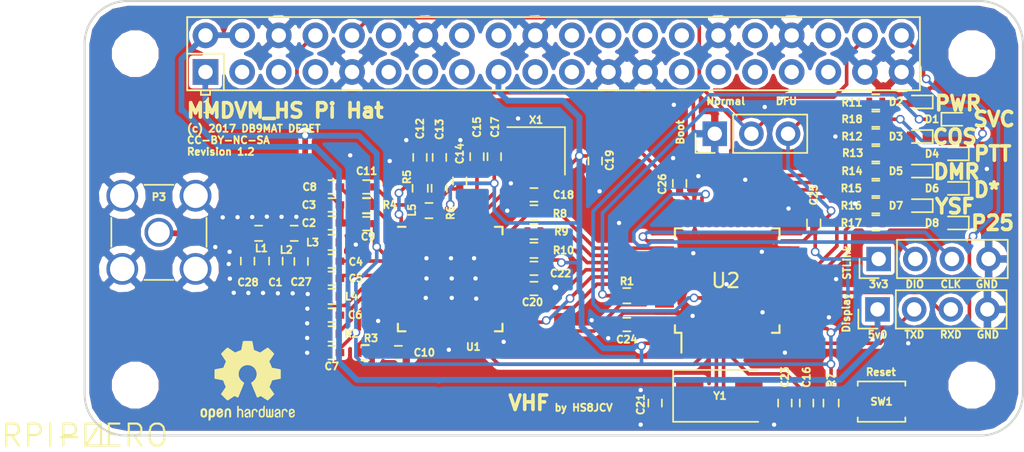
<source format=kicad_pcb>
(kicad_pcb (version 4) (host pcbnew 4.0.6)
  (layers (0 F.Cu signal) (31 B.Cu signal) (34 B.Paste user) (35 F.Paste user) (36 B.SilkS user) (37 F.SilkS user) (38 B.Mask user) (39 F.Mask user) (44 Edge.Cuts user))
  (net 0 "")
  (net 1 GND)
  (net 2 "Net-(C4-Pad1)")
  (net 3 +3V3)
  (net 4 "Net-(C8-Pad1)")
  (net 5 "Net-(C11-Pad1)")
  (net 6 NRST)
  (net 7 "Net-(C18-Pad1)")
  (net 8 "Net-(C18-Pad2)")
  (net 9 COS_LED)
  (net 10 PTT_LED)
  (net 11 DMR_LED)
  (net 12 DSTAR_LED)
  (net 13 P25_LED)
  (net 14 YSF_LED)
  (net 15 SWDIO)
  (net 16 TXD)
  (net 17 RXD)
  (net 18 DISP_TXD)
  (net 19 DISP_RXD)
  (net 20 BOOT0)
  (net 21 CLKOUT)
  (net 22 DATAIN)
  (net 23 DATAOUT)
  (net 24 SLE)
  (net 25 SDATA)
  (net 26 SREAD)
  (net 27 SCLK)
  (net 28 "Net-(C1-Pad1)")
  (net 29 "Net-(C5-Pad1)")
  (net 30 "Net-(C6-Pad1)")
  (net 31 "Net-(C10-Pad1)")
  (net 32 "Net-(C11-Pad2)")
  (net 33 "Net-(C12-Pad1)")
  (net 34 "Net-(C13-Pad1)")
  (net 35 "Net-(C14-Pad1)")
  (net 36 "Net-(C15-Pad2)")
  (net 37 "Net-(C20-Pad2)")
  (net 38 "Net-(C21-Pad2)")
  (net 39 "Net-(C23-Pad2)")
  (net 40 "Net-(R2-Pad1)")
  (net 41 "Net-(R10-Pad2)")
  (net 42 BOOT_GPIO)
  (net 43 CE)
  (net 44 SWCLK)
  (net 45 +5V)
  (net 46 SERVICE)
  (net 47 "Net-(D1-Pad2)")
  (net 48 "Net-(R3-Pad1)")
  (net 49 "Net-(R8-Pad2)")
  (net 50 "Net-(R9-Pad2)")
  (net 51 "Net-(D2-Pad2)")
  (net 52 "Net-(D3-Pad2)")
  (net 53 "Net-(D4-Pad2)")
  (net 54 "Net-(D5-Pad2)")
  (net 55 "Net-(D6-Pad2)")
  (net 56 "Net-(D7-Pad2)")
  (net 57 "Net-(D8-Pad2)")
  (net 58 "Net-(C27-Pad1)")
  (net 59 "Net-(C28-Pad1)")
  (net 60 "Net-(L5-Pad1)")
  (net 61 "Net-(L5-Pad2)")
  (net 62 "Net-(PI1-Pad3)")
  (net 63 "Net-(PI1-Pad5)")
  (net 64 "Net-(PI1-Pad7)")
  (net 65 "Net-(PI1-Pad11)")
  (net 66 "Net-(PI1-Pad12)")
  (net 67 "Net-(PI1-Pad13)")
  (net 68 "Net-(PI1-Pad15)")
  (net 69 "Net-(PI1-Pad16)")
  (net 70 "Net-(PI1-Pad18)")
  (net 71 "Net-(PI1-Pad19)")
  (net 72 "Net-(PI1-Pad21)")
  (net 73 "Net-(PI1-Pad22)")
  (net 74 "Net-(PI1-Pad24)")
  (net 75 "Net-(PI1-Pad26)")
  (net 76 "Net-(PI1-Pad27)")
  (net 77 "Net-(PI1-Pad28)")
  (net 78 "Net-(PI1-Pad29)")
  (net 79 "Net-(PI1-Pad31)")
  (net 80 "Net-(PI1-Pad32)")
  (net 81 "Net-(PI1-Pad33)")
  (net 82 "Net-(PI1-Pad35)")
  (net 83 "Net-(PI1-Pad36)")
  (net 84 "Net-(U1-Pad13)")
  (net 85 "Net-(U1-Pad14)")
  (net 86 "Net-(U1-Pad15)")
  (net 87 "Net-(U1-Pad16)")
  (net 88 "Net-(U1-Pad17)")
  (net 89 "Net-(U1-Pad18)")
  (net 90 "Net-(U1-Pad20)")
  (net 91 "Net-(U1-Pad21)")
  (net 92 "Net-(U1-Pad23)")
  (net 93 "Net-(U1-Pad30)")
  (net 94 "Net-(U1-Pad33)")
  (net 95 "Net-(U1-Pad37)")
  (net 96 "Net-(U1-Pad38)")
  (net 97 "Net-(U2-Pad4)")
  (net 98 "Net-(U2-Pad10)")
  (net 99 "Net-(U2-Pad11)")
  (net 100 "Net-(U2-Pad14)")
  (net 101 "Net-(U2-Pad15)")
  (net 102 "Net-(U2-Pad16)")
  (net 103 "Net-(U2-Pad17)")
  (net 104 SDA)
  (net 105 SCL)
  (net 106 "Net-(U2-Pad29)")
  (net 107 "Net-(U2-Pad32)")
  (net 108 "Net-(U2-Pad33)")
  (net 109 "Net-(U2-Pad46)")
  (net 110 "Net-(X1-Pad1)")
  (module MMDVM:VIA-0.6mm (layer F.Cu) (at 173.863 116.3066)
    (fp_text reference REF** hide)
    (fp_text value VIA-0.6mm hide)
    (pad 1 thru_hole circle (at 0 0) (size 0.6 0.6) (drill 0.3) (layers *.Cu) (net 1 GND))
  )
  (module MMDVM:VIA-0.6mm (layer F.Cu) (at 170.1292 120.5738)
    (fp_text reference REF** hide)
    (fp_text value VIA-0.6mm hide)
    (pad 1 thru_hole circle (at 0 0) (size 0.6 0.6) (drill 0.3) (layers *.Cu) (net 1 GND))
  )
  (module MMDVM:VIA-0.6mm (layer F.Cu) (at 165.0238 120.6119)
    (fp_text reference REF** hide)
    (fp_text value VIA-0.6mm hide)
    (pad 1 thru_hole circle (at 0 0) (size 0.6 0.6) (drill 0.3) (layers *.Cu) (net 1 GND))
  )
  (module MMDVM:VIA-0.6mm (layer F.Cu) (at 166.0525 120.5992)
    (fp_text reference REF** hide)
    (fp_text value VIA-0.6mm hide)
    (pad 1 thru_hole circle (at 0 0) (size 0.6 0.6) (drill 0.3) (layers *.Cu) (net 1 GND))
  )
  (module MMDVM:VIA-0.6mm (layer F.Cu) (at 167.0685 120.5865)
    (fp_text reference REF** hide)
    (fp_text value VIA-0.6mm hide)
    (pad 1 thru_hole circle (at 0 0) (size 0.6 0.6) (drill 0.3) (layers *.Cu) (net 1 GND))
  )
  (module MMDVM:VIA-0.6mm (layer F.Cu) (at 168.0845 120.5611)
    (fp_text reference REF** hide)
    (fp_text value VIA-0.6mm hide)
    (pad 1 thru_hole circle (at 0 0) (size 0.6 0.6) (drill 0.3) (layers *.Cu) (net 1 GND))
  )
  (module MMDVM:VIA-0.6mm (layer F.Cu) (at 169.1005 120.5738)
    (fp_text reference REF** hide)
    (fp_text value VIA-0.6mm hide)
    (pad 1 thru_hole circle (at 0 0) (size 0.6 0.6) (drill 0.3) (layers *.Cu) (net 1 GND))
  )
  (module MMDVM:VIA-0.6mm (layer F.Cu) (at 165.4429 123.8504)
    (fp_text reference REF** hide)
    (fp_text value VIA-0.6mm hide)
    (pad 1 thru_hole circle (at 0 0) (size 0.6 0.6) (drill 0.3) (layers *.Cu) (net 1 GND))
  )
  (module MMDVM:VIA-0.6mm (layer F.Cu) (at 165.5191 124.8664)
    (fp_text reference REF** hide)
    (fp_text value VIA-0.6mm hide)
    (pad 1 thru_hole circle (at 0 0) (size 0.6 0.6) (drill 0.3) (layers *.Cu) (net 1 GND))
  )
  (module MMDVM:VIA-0.6mm (layer F.Cu) (at 165.7858 125.8443)
    (fp_text reference REF** hide)
    (fp_text value VIA-0.6mm hide)
    (pad 1 thru_hole circle (at 0 0) (size 0.6 0.6) (drill 0.3) (layers *.Cu) (net 1 GND))
  )
  (module MMDVM:VIA-0.6mm (layer F.Cu) (at 166.8018 125.857)
    (fp_text reference REF** hide)
    (fp_text value VIA-0.6mm hide)
    (pad 1 thru_hole circle (at 0 0) (size 0.6 0.6) (drill 0.3) (layers *.Cu) (net 1 GND))
  )
  (module MMDVM:VIA-0.6mm (layer F.Cu) (at 167.8178 125.857)
    (fp_text reference REF** hide)
    (fp_text value VIA-0.6mm hide)
    (pad 1 thru_hole circle (at 0 0) (size 0.6 0.6) (drill 0.3) (layers *.Cu) (net 1 GND))
  )
  (module MMDVM:VIA-0.6mm (layer F.Cu) (at 169.8752 125.8824)
    (fp_text reference REF** hide)
    (fp_text value VIA-0.6mm hide)
    (pad 1 thru_hole circle (at 0 0) (size 0.6 0.6) (drill 0.3) (layers *.Cu) (net 1 GND))
  )
  (module MMDVM:VIA-0.6mm (layer F.Cu) (at 170.9166 125.9332)
    (fp_text reference REF** hide)
    (fp_text value VIA-0.6mm hide)
    (pad 1 thru_hole circle (at 0 0) (size 0.6 0.6) (drill 0.3) (layers *.Cu) (net 1 GND))
  )
  (module MMDVM:VIA-0.6mm (layer F.Cu) (at 170.8912 126.9492)
    (fp_text reference REF** hide)
    (fp_text value VIA-0.6mm hide)
    (pad 1 thru_hole circle (at 0 0) (size 0.6 0.6) (drill 0.3) (layers *.Cu) (net 1 GND))
  )
  (module MMDVM:VIA-0.6mm (layer F.Cu) (at 170.8785 127.9652)
    (fp_text reference REF** hide)
    (fp_text value VIA-0.6mm hide)
    (pad 1 thru_hole circle (at 0 0) (size 0.6 0.6) (drill 0.3) (layers *.Cu) (net 1 GND))
  )
  (module MMDVM:VIA-0.6mm (layer F.Cu) (at 164.5094 122.6698)
    (fp_text reference REF** hide)
    (fp_text value VIA-0.6mm hide)
    (pad 1 thru_hole circle (at 0 0) (size 0.6 0.6) (drill 0.3) (layers *.Cu) (net 1 GND))
  )
  (module Capacitors_SMD:C_0402 (layer F.Cu) (at 170.4594 123.6726 270)
    (fp_text reference C27 (at 1.4224 0 540) (layer F.SilkS) (effects (font (size 0.5 0.5) (thickness 0.125))))
    (fp_text value 15p)
    (pad 1 smd rect (at -0.55 0 270) (size 0.6 0.5) (layers F.Cu F.Paste F.Mask) (net 58 "Net-(C27-Pad1)"))
    (pad 2 smd rect (at 0.55 0 270) (size 0.6 0.5) (layers F.Cu F.Paste F.Mask) (net 1 GND))
  )
  (module MMDVM:VIA-0.6mm (layer F.Cu) (at 194 132.6)
    (fp_text reference REF** hide)
    (fp_text value VIA-0.6mm hide)
    (pad 1 thru_hole circle (at 0 0) (size 0.6 0.6) (drill 0.3) (layers *.Cu) (net 1 GND))
  )
  (module MMDVM:VIA-0.6mm (layer F.Cu) (at 168.8465 125.8824)
    (fp_text reference REF** hide)
    (fp_text value VIA-0.6mm hide)
    (pad 1 thru_hole circle (at 0 0) (size 0.6 0.6) (drill 0.3) (layers *.Cu) (net 1 GND))
  )
  (module MMDVM:VIA-0.6mm (layer F.Cu) (at 185 118.25)
    (fp_text reference REF** hide)
    (fp_text value VIA-0.6mm hide)
    (pad 1 thru_hole circle (at 0 0) (size 0.6 0.6) (drill 0.3) (layers *.Cu) (net 1 GND))
  )
  (module MMDVM:VIA-0.6mm (layer F.Cu) (at 198 117.75)
    (fp_text reference REF** hide)
    (fp_text value VIA-0.6mm hide)
    (pad 1 thru_hole circle (at 0 0) (size 0.6 0.6) (drill 0.3) (layers *.Cu) (net 1 GND))
  )
  (module MMDVM:VIA-0.6mm (layer F.Cu) (at 174.25 122.5)
    (fp_text reference REF** hide)
    (fp_text value VIA-0.6mm hide)
    (pad 1 thru_hole circle (at 0 0) (size 0.6 0.6) (drill 0.3) (layers *.Cu) (net 1 GND))
  )
  (module MMDVM:VIA-0.6mm (layer F.Cu) (at 170.8785 128.9812)
    (fp_text reference REF** hide)
    (fp_text value VIA-0.6mm hide)
    (pad 1 thru_hole circle (at 0 0) (size 0.6 0.6) (drill 0.3) (layers *.Cu) (net 1 GND))
  )
  (module MMDVM:VIA-0.6mm (layer F.Cu) (at 170.8785 130.0099)
    (fp_text reference REF** hide)
    (fp_text value VIA-0.6mm hide)
    (pad 1 thru_hole circle (at 0 0) (size 0.6 0.6) (drill 0.3) (layers *.Cu) (net 1 GND))
  )
  (module MMDVM:VIA-0.6mm (layer F.Cu) (at 175.8 127.8)
    (fp_text reference REF** hide)
    (fp_text value VIA-0.6mm hide)
    (pad 1 thru_hole circle (at 0 0) (size 0.6 0.6) (drill 0.3) (layers *.Cu) (net 1 GND))
  )
  (module MMDVM:VIA-0.6mm (layer F.Cu) (at 184.5 129.25)
    (fp_text reference REF** hide)
    (fp_text value VIA-0.6mm hide)
    (pad 1 thru_hole circle (at 0 0) (size 0.6 0.6) (drill 0.3) (layers *.Cu) (net 1 GND))
  )
  (module MMDVM:VIA-0.6mm (layer F.Cu) (at 191.75 129)
    (fp_text reference REF** hide)
    (fp_text value VIA-0.6mm hide)
    (pad 1 thru_hole circle (at 0 0) (size 0.6 0.6) (drill 0.3) (layers *.Cu) (net 1 GND))
  )
  (module MMDVM:VIA-0.6mm (layer F.Cu) (at 194 135)
    (fp_text reference REF** hide)
    (fp_text value VIA-0.6mm hide)
    (pad 1 thru_hole circle (at 0 0) (size 0.6 0.6) (drill 0.3) (layers *.Cu) (net 1 GND))
  )
  (module MMDVM:VIA-0.6mm (layer F.Cu) (at 203.25 135)
    (fp_text reference REF** hide)
    (fp_text value VIA-0.6mm hide)
    (pad 1 thru_hole circle (at 0 0) (size 0.6 0.6) (drill 0.3) (layers *.Cu) (net 1 GND))
  )
  (module MMDVM:VIA-0.6mm (layer F.Cu) (at 204 130)
    (fp_text reference REF** hide)
    (fp_text value VIA-0.6mm hide)
    (pad 1 thru_hole circle (at 0 0) (size 0.6 0.6) (drill 0.3) (layers *.Cu) (net 1 GND))
  )
  (module MMDVM:VIA-0.6mm (layer F.Cu) (at 204.25 120)
    (fp_text reference REF** hide)
    (fp_text value VIA-0.6mm hide)
    (pad 1 thru_hole circle (at 0 0) (size 0.6 0.6) (drill 0.3) (layers *.Cu) (net 1 GND))
  )
  (module MMDVM:VIA-0.6mm (layer F.Cu) (at 218 117.25)
    (fp_text reference REF** hide)
    (fp_text value VIA-0.6mm hide)
    (pad 1 thru_hole circle (at 0 0) (size 0.6 0.6) (drill 0.3) (layers *.Cu) (net 1 GND))
  )
  (module MMDVM:VIA-0.6mm (layer F.Cu) (at 201.25 118)
    (fp_text reference REF** hide)
    (fp_text value VIA-0.6mm hide)
    (pad 1 thru_hole circle (at 0 0) (size 0.6 0.6) (drill 0.3) (layers *.Cu) (net 1 GND))
  )
  (module MMDVM:VIA-0.6mm (layer F.Cu) (at 196.25 116.5)
    (fp_text reference REF** hide)
    (fp_text value VIA-0.6mm hide)
    (pad 1 thru_hole circle (at 0 0) (size 0.6 0.6) (drill 0.3) (layers *.Cu) (net 1 GND))
  )
  (module MMDVM:VIA-0.6mm (layer F.Cu) (at 177.75 115.25)
    (fp_text reference REF** hide)
    (fp_text value VIA-0.6mm hide)
    (pad 1 thru_hole circle (at 0 0) (size 0.6 0.6) (drill 0.3) (layers *.Cu) (net 1 GND))
  )
  (module MMDVM:VIA-0.6mm (layer F.Cu) (at 185.5 113.75)
    (fp_text reference REF** hide)
    (fp_text value VIA-0.6mm hide)
    (pad 1 thru_hole circle (at 0 0) (size 0.6 0.6) (drill 0.3) (layers *.Cu) (net 1 GND))
  )
  (module MMDVM:VIA-0.6mm (layer F.Cu) (at 192.5 121)
    (fp_text reference REF** hide)
    (fp_text value VIA-0.6mm hide)
    (pad 1 thru_hole circle (at 0 0) (size 0.6 0.6) (drill 0.3) (layers *.Cu) (net 1 GND))
  )
  (module MMDVM:VIA-0.6mm (layer F.Cu) (at 207.5 115)
    (fp_text reference REF** hide)
    (fp_text value VIA-0.6mm hide)
    (pad 1 thru_hole circle (at 0 0) (size 0.6 0.6) (drill 0.3) (layers *.Cu) (net 1 GND))
  )
  (module MMDVM:VIA-0.6mm (layer F.Cu) (at 191.15 118.8)
    (fp_text reference REF** hide)
    (fp_text value VIA-0.6mm hide)
    (pad 1 thru_hole circle (at 0 0) (size 0.6 0.6) (drill 0.3) (layers *.Cu) (net 1 GND))
  )
  (module MMDVM:VIA-0.6mm (layer F.Cu) (at 197.6 127.45)
    (fp_text reference REF** hide)
    (fp_text value VIA-0.6mm hide)
    (pad 1 thru_hole circle (at 0 0) (size 0.6 0.6) (drill 0.3) (layers *.Cu) (net 1 GND))
  )
  (module MMDVM:VIA-0.6mm (layer F.Cu) (at 202.45 127.2)
    (fp_text reference REF** hide)
    (fp_text value VIA-0.6mm hide)
    (pad 1 thru_hole circle (at 0 0) (size 0.6 0.6) (drill 0.3) (layers *.Cu) (net 1 GND))
  )
  (module MMDVM:VIA-0.6mm (layer F.Cu) (at 202.4 123)
    (fp_text reference REF** hide)
    (fp_text value VIA-0.6mm hide)
    (pad 1 thru_hole circle (at 0 0) (size 0.6 0.6) (drill 0.3) (layers *.Cu) (net 1 GND))
  )
  (module MMDVM:VIA-0.6mm (layer F.Cu) (at 197.65 123.1)
    (fp_text reference REF** hide)
    (fp_text value VIA-0.6mm hide)
    (pad 1 thru_hole circle (at 0 0) (size 0.6 0.6) (drill 0.3) (layers *.Cu) (net 1 GND))
  )
  (module Mounting_Holes:MountingHole_2.7mm_M2.5 (layer F.Cu) (at 216.95918 109.237121)
    (fp_text reference REF** hide)
    (fp_text value MountingHole_2.7mm_M2.5)
    (pad 1 np_thru_hole circle (at 0 0) (size 2.7 2.7) (drill 2.7) (layers *.Cu *.Mask))
  )
  (module Mounting_Holes:MountingHole_2.7mm_M2.5 (layer F.Cu) (at 216.95918 132.239361)
    (fp_text reference REF** hide)
    (fp_text value MountingHole_2.7mm_M2.5)
    (pad 1 np_thru_hole circle (at 0 0) (size 2.7 2.7) (drill 2.7) (layers *.Cu *.Mask))
  )
  (module Mounting_Holes:MountingHole_2.7mm_M2.5 (layer F.Cu) (at 158.95 132.25)
    (fp_text reference REF** hide)
    (fp_text value MountingHole_2.7mm_M2.5)
    (pad 1 np_thru_hole circle (at 0 0) (size 2.7 2.7) (drill 2.7) (layers *.Cu *.Mask))
  )
  (module Mounting_Holes:MountingHole_2.7mm_M2.5 (layer F.Cu) (at 158.95 109.25)
    (fp_text reference REF** hide)
    (fp_text value MountingHole_2.7mm_M2.5)
    (pad 1 np_thru_hole circle (at 0 0) (size 2.7 2.7) (drill 2.7) (layers *.Cu *.Mask))
  )
  (module MMDVM:VIA-0.6mm (layer F.Cu) (at 184.75 120.15)
    (fp_text reference REF** hide)
    (fp_text value VIA-0.6mm hide)
    (pad 1 thru_hole circle (at 0 0) (size 0.6 0.6) (drill 0.3) (layers *.Cu) (net 1 GND))
  )
  (module MMDVM:VIA-0.6mm (layer F.Cu) (at 168 121.2)
    (fp_text reference REF** hide)
    (fp_text value VIA-0.6mm hide)
  )
  (module MMDVM:VIA-0.6mm (layer F.Cu) (at 202.6 112.95)
    (fp_text reference REF** hide)
    (fp_text value VIA-0.6mm hide)
    (pad 1 thru_hole circle (at 0 0) (size 0.6 0.6) (drill 0.3) (layers *.Cu) (net 1 GND))
  )
  (module MMDVM:VIA-0.6mm (layer F.Cu) (at 196.3 112.8)
    (fp_text reference REF** hide)
    (fp_text value VIA-0.6mm hide)
    (pad 1 thru_hole circle (at 0 0) (size 0.6 0.6) (drill 0.3) (layers *.Cu) (net 1 GND))
  )
  (module MMDVM:VIA-0.6mm (layer F.Cu) (at 181.5 115.25)
    (fp_text reference REF** hide)
    (fp_text value VIA-0.6mm hide)
    (pad 1 thru_hole circle (at 0 0) (size 0.6 0.6) (drill 0.3) (layers *.Cu) (net 1 GND))
  )
  (module MMDVM:VIA-0.6mm (layer F.Cu) (at 176.6 116.7)
    (fp_text reference REF** hide)
    (fp_text value VIA-0.6mm hide)
    (pad 1 thru_hole circle (at 0 0) (size 0.6 0.6) (drill 0.3) (layers *.Cu) (net 1 GND))
  )
  (module MMDVM:VIA-0.6mm (layer F.Cu) (at 165.5 123)
    (fp_text reference REF** hide)
    (fp_text value VIA-0.6mm hide)
    (pad 1 thru_hole circle (at 0 0) (size 0.6 0.6) (drill 0.3) (layers *.Cu) (net 1 GND))
  )
  (module MMDVM:VIA-0.6mm (layer F.Cu) (at 168 122.95)
    (fp_text reference REF** hide)
    (fp_text value VIA-0.6mm hide)
  )
  (module MMDVM:VIA-0.6mm (layer F.Cu) (at 180.7 129.8)
    (fp_text reference REF** hide)
    (fp_text value VIA-0.6mm hide)
    (pad 1 thru_hole circle (at 0 0) (size 0.6 0.6) (drill 0.3) (layers *.Cu) (net 1 GND))
  )
  (module MMDVM:VIA-0.6mm (layer F.Cu) (at 190.6 127.75)
    (fp_text reference REF** hide)
    (fp_text value VIA-0.6mm hide)
    (pad 1 thru_hole circle (at 0 0) (size 0.6 0.6) (drill 0.3) (layers *.Cu) (net 1 GND))
  )
  (module MMDVM:VIA-0.6mm (layer F.Cu) (at 208.85 119.65)
    (fp_text reference REF** hide)
    (fp_text value VIA-0.6mm hide)
    (pad 1 thru_hole circle (at 0 0) (size 0.6 0.6) (drill 0.3) (layers *.Cu) (net 1 GND))
  )
  (module MMDVM:VIA-0.6mm (layer F.Cu) (at 212.55 129.35)
    (fp_text reference REF** hide)
    (fp_text value VIA-0.6mm hide)
    (pad 1 thru_hole circle (at 0 0) (size 0.6 0.6) (drill 0.3) (layers *.Cu) (net 1 GND))
  )
  (module MMDVM:VIA-0.6mm (layer F.Cu) (at 207.05 127.55)
    (fp_text reference REF** hide)
    (fp_text value VIA-0.6mm hide)
    (pad 1 thru_hole circle (at 0 0) (size 0.6 0.6) (drill 0.3) (layers *.Cu) (net 1 GND))
  )
  (module MMDVM:VIA-0.6mm (layer F.Cu) (at 207.55 124.9)
    (fp_text reference REF** hide)
    (fp_text value VIA-0.6mm hide)
    (pad 1 thru_hole circle (at 0 0) (size 0.6 0.6) (drill 0.3) (layers *.Cu) (net 1 GND))
  )
  (module MMDVM:VIA-0.6mm (layer F.Cu) (at 199.95 125.25)
    (fp_text reference REF** hide)
    (fp_text value VIA-0.6mm hide)
    (pad 1 thru_hole circle (at 0 0) (size 0.6 0.6) (drill 0.3) (layers *.Cu) (net 1 GND))
  )
  (module MMDVM:VIA-0.6mm (layer F.Cu) (at 182.6 126.25)
    (fp_text reference REF** hide)
    (fp_text value VIA-0.6mm hide)
    (pad 1 thru_hole circle (at 0 0) (size 0.6 0.6) (drill 0.3) (layers *.Cu) (net 1 GND))
  )
  (module MMDVM:VIA-0.6mm (layer F.Cu) (at 180.9 126.2)
    (fp_text reference REF** hide)
    (fp_text value VIA-0.6mm hide)
    (pad 1 thru_hole circle (at 0 0) (size 0.6 0.6) (drill 0.3) (layers *.Cu) (net 1 GND))
  )
  (module MMDVM:VIA-0.6mm (layer F.Cu) (at 179.1 126.2)
    (fp_text reference REF** hide)
    (fp_text value VIA-0.6mm hide)
    (pad 1 thru_hole circle (at 0 0) (size 0.6 0.6) (drill 0.3) (layers *.Cu) (net 1 GND))
  )
  (module MMDVM:VIA-0.6mm (layer F.Cu) (at 182.55 124.85)
    (fp_text reference REF** hide)
    (fp_text value VIA-0.6mm hide)
    (pad 1 thru_hole circle (at 0 0) (size 0.6 0.6) (drill 0.3) (layers *.Cu) (net 1 GND))
  )
  (module MMDVM:VIA-0.6mm (layer F.Cu) (at 180.9 124.85)
    (fp_text reference REF** hide)
    (fp_text value VIA-0.6mm hide)
    (pad 1 thru_hole circle (at 0 0) (size 0.6 0.6) (drill 0.3) (layers *.Cu) (net 1 GND))
  )
  (module MMDVM:VIA-0.6mm (layer F.Cu) (at 179.15 124.85)
    (fp_text reference REF** hide)
    (fp_text value VIA-0.6mm hide)
    (pad 1 thru_hole circle (at 0 0) (size 0.6 0.6) (drill 0.3) (layers *.Cu) (net 1 GND))
  )
  (module MMDVM:VIA-0.6mm (layer F.Cu) (at 182.45 123.45)
    (fp_text reference REF** hide)
    (fp_text value VIA-0.6mm hide)
    (pad 1 thru_hole circle (at 0 0) (size 0.6 0.6) (drill 0.3) (layers *.Cu) (net 1 GND))
  )
  (module MMDVM:VIA-0.6mm (layer F.Cu) (at 180.85 123.45)
    (fp_text reference REF** hide)
    (fp_text value VIA-0.6mm hide)
    (pad 1 thru_hole circle (at 0 0) (size 0.6 0.6) (drill 0.3) (layers *.Cu) (net 1 GND))
  )
  (module Capacitors_SMD:C_0402 (layer F.Cu) (at 168.7068 123.6472 270)
    (fp_text reference C1 (at 1.4732 0.0254 540) (layer F.SilkS) (effects (font (size 0.5 0.5) (thickness 0.125))))
    (fp_text value 15p)
    (pad 1 smd rect (at -0.55 0 270) (size 0.6 0.5) (layers F.Cu F.Paste F.Mask) (net 28 "Net-(C1-Pad1)"))
    (pad 2 smd rect (at 0.55 0 270) (size 0.6 0.5) (layers F.Cu F.Paste F.Mask) (net 1 GND))
  )
  (module Capacitors_SMD:C_0402 (layer F.Cu) (at 172.6 121)
    (fp_text reference C2 (at -1.6 0) (layer F.SilkS) (effects (font (size 0.5 0.5) (thickness 0.125))))
    (fp_text value 10n)
    (pad 1 smd rect (at -0.55 0) (size 0.6 0.5) (layers F.Cu F.Paste F.Mask) (net 3 +3V3))
    (pad 2 smd rect (at 0.55 0) (size 0.6 0.5) (layers F.Cu F.Paste F.Mask) (net 1 GND))
  )
  (module Capacitors_SMD:C_0402 (layer F.Cu) (at 172.6 119.75)
    (fp_text reference C3 (at -1.6 0) (layer F.SilkS) (effects (font (size 0.5 0.5) (thickness 0.125))))
    (fp_text value 220p)
    (pad 1 smd rect (at -0.55 0) (size 0.6 0.5) (layers F.Cu F.Paste F.Mask) (net 3 +3V3))
    (pad 2 smd rect (at 0.55 0) (size 0.6 0.5) (layers F.Cu F.Paste F.Mask) (net 1 GND))
  )
  (module Capacitors_SMD:C_0402 (layer F.Cu) (at 172.6 123.65 180)
    (fp_text reference C4 (at -1.65 -0.05 180) (layer F.SilkS) (effects (font (size 0.5 0.5) (thickness 0.125))))
    (fp_text value 18p)
    (pad 1 smd rect (at -0.55 0 180) (size 0.6 0.5) (layers F.Cu F.Paste F.Mask) (net 2 "Net-(C4-Pad1)"))
    (pad 2 smd rect (at 0.55 0 180) (size 0.6 0.5) (layers F.Cu F.Paste F.Mask) (net 58 "Net-(C27-Pad1)"))
  )
  (module Capacitors_SMD:C_0402 (layer F.Cu) (at 172.6 124.85 180)
    (fp_text reference C5 (at -1.65 0 180) (layer F.SilkS) (effects (font (size 0.5 0.5) (thickness 0.125))))
    (fp_text value 12p)
    (pad 1 smd rect (at -0.55 0 180) (size 0.6 0.5) (layers F.Cu F.Paste F.Mask) (net 29 "Net-(C5-Pad1)"))
    (pad 2 smd rect (at 0.55 0 180) (size 0.6 0.5) (layers F.Cu F.Paste F.Mask) (net 58 "Net-(C27-Pad1)"))
  )
  (module Capacitors_SMD:C_0402 (layer F.Cu) (at 172.6 127.4 180)
    (fp_text reference C6 (at -1.6059 0.019 180) (layer F.SilkS) (effects (font (size 0.5 0.5) (thickness 0.125))))
    (fp_text value 10p)
    (pad 1 smd rect (at -0.55 0 180) (size 0.6 0.5) (layers F.Cu F.Paste F.Mask) (net 30 "Net-(C6-Pad1)"))
    (pad 2 smd rect (at 0.55 0 180) (size 0.6 0.5) (layers F.Cu F.Paste F.Mask) (net 1 GND))
  )
  (module Capacitors_SMD:C_0402 (layer F.Cu) (at 172.6 130 180)
    (fp_text reference C7 (at 0.0197 -0.9497 360) (layer F.SilkS) (effects (font (size 0.5 0.5) (thickness 0.125))))
    (fp_text value 10n)
    (pad 1 smd rect (at -0.55 0 180) (size 0.6 0.5) (layers F.Cu F.Paste F.Mask) (net 3 +3V3))
    (pad 2 smd rect (at 0.55 0 180) (size 0.6 0.5) (layers F.Cu F.Paste F.Mask) (net 1 GND))
  )
  (module Capacitors_SMD:C_0402 (layer F.Cu) (at 172.6 118.5 180)
    (fp_text reference C8 (at 1.55 0 180) (layer F.SilkS) (effects (font (size 0.5 0.5) (thickness 0.125))))
    (fp_text value 100n)
    (pad 1 smd rect (at -0.55 0 180) (size 0.6 0.5) (layers F.Cu F.Paste F.Mask) (net 4 "Net-(C8-Pad1)"))
    (pad 2 smd rect (at 0.55 0 180) (size 0.6 0.5) (layers F.Cu F.Paste F.Mask) (net 1 GND))
  )
  (module Capacitors_SMD:C_0402 (layer F.Cu) (at 175 121.05 180)
    (fp_text reference C9 (at -0.1 -0.9 180) (layer F.SilkS) (effects (font (size 0.5 0.5) (thickness 0.125))))
    (fp_text value 10n)
    (pad 1 smd rect (at -0.55 0 180) (size 0.6 0.5) (layers F.Cu F.Paste F.Mask) (net 3 +3V3))
    (pad 2 smd rect (at 0.55 0 180) (size 0.6 0.5) (layers F.Cu F.Paste F.Mask) (net 1 GND))
  )
  (module Capacitors_SMD:C_0402 (layer F.Cu) (at 177.2 130)
    (fp_text reference C10 (at 1.8 0) (layer F.SilkS) (effects (font (size 0.5 0.5) (thickness 0.125))))
    (fp_text value 100n)
    (pad 1 smd rect (at -0.55 0) (size 0.6 0.5) (layers F.Cu F.Paste F.Mask) (net 31 "Net-(C10-Pad1)"))
    (pad 2 smd rect (at 0.55 0) (size 0.6 0.5) (layers F.Cu F.Paste F.Mask) (net 1 GND))
  )
  (module Capacitors_SMD:C_0402 (layer F.Cu) (at 175 118.5 180)
    (fp_text reference C11 (at 0 1.1 180) (layer F.SilkS) (effects (font (size 0.5 0.5) (thickness 0.125))))
    (fp_text value 22n)
    (pad 1 smd rect (at -0.55 0 180) (size 0.6 0.5) (layers F.Cu F.Paste F.Mask) (net 5 "Net-(C11-Pad1)"))
    (pad 2 smd rect (at 0.55 0 180) (size 0.6 0.5) (layers F.Cu F.Paste F.Mask) (net 32 "Net-(C11-Pad2)"))
  )
  (module Capacitors_SMD:C_0402 (layer F.Cu) (at 178.7 116.45 90)
    (fp_text reference C12 (at 2 0 90) (layer F.SilkS) (effects (font (size 0.5 0.5) (thickness 0.125))))
    (fp_text value 82p)
    (pad 1 smd rect (at -0.55 0 90) (size 0.6 0.5) (layers F.Cu F.Paste F.Mask) (net 33 "Net-(C12-Pad1)"))
    (pad 2 smd rect (at 0.55 0 90) (size 0.6 0.5) (layers F.Cu F.Paste F.Mask) (net 1 GND))
  )
  (module Capacitors_SMD:C_0402 (layer F.Cu) (at 180.05 116.45 90)
    (fp_text reference C13 (at 1.95 0 90) (layer F.SilkS) (effects (font (size 0.5 0.5) (thickness 0.125))))
    (fp_text value 2.7n)
    (pad 1 smd rect (at -0.55 0 90) (size 0.6 0.5) (layers F.Cu F.Paste F.Mask) (net 34 "Net-(C13-Pad1)"))
    (pad 2 smd rect (at 0.55 0 90) (size 0.6 0.5) (layers F.Cu F.Paste F.Mask) (net 1 GND))
  )
  (module Capacitors_SMD:C_0402 (layer F.Cu) (at 181.4576 118.0846 90)
    (fp_text reference C14 (at 1.9 0 90) (layer F.SilkS) (effects (font (size 0.5 0.5) (thickness 0.125))))
    (fp_text value 200p)
    (pad 1 smd rect (at -0.55 0 90) (size 0.6 0.5) (layers F.Cu F.Paste F.Mask) (net 35 "Net-(C14-Pad1)"))
    (pad 2 smd rect (at 0.55 0 90) (size 0.6 0.5) (layers F.Cu F.Paste F.Mask) (net 1 GND))
  )
  (module Capacitors_SMD:C_0402 (layer F.Cu) (at 182.65 116.4 270)
    (fp_text reference C15 (at -2.05 0 270) (layer F.SilkS) (effects (font (size 0.5 0.5) (thickness 0.125))))
    (fp_text value 100n)
    (pad 1 smd rect (at -0.55 0 270) (size 0.6 0.5) (layers F.Cu F.Paste F.Mask) (net 1 GND))
    (pad 2 smd rect (at 0.55 0 270) (size 0.6 0.5) (layers F.Cu F.Paste F.Mask) (net 36 "Net-(C15-Pad2)"))
  )
  (module Capacitors_SMD:C_0402 (layer F.Cu) (at 205.5 133.5 270)
    (fp_text reference C16 (at -1.8 0 270) (layer F.SilkS) (effects (font (size 0.5 0.5) (thickness 0.125))))
    (fp_text value 100n)
    (pad 1 smd rect (at -0.55 0 270) (size 0.6 0.5) (layers F.Cu F.Paste F.Mask) (net 6 NRST))
    (pad 2 smd rect (at 0.55 0 270) (size 0.6 0.5) (layers F.Cu F.Paste F.Mask) (net 1 GND))
  )
  (module Capacitors_SMD:C_0402 (layer F.Cu) (at 183.85 116.4 90)
    (fp_text reference C17 (at 2.05 0.05 90) (layer F.SilkS) (effects (font (size 0.5 0.5) (thickness 0.125))))
    (fp_text value 10n)
    (pad 1 smd rect (at -0.55 0 90) (size 0.6 0.5) (layers F.Cu F.Paste F.Mask) (net 3 +3V3))
    (pad 2 smd rect (at 0.55 0 90) (size 0.6 0.5) (layers F.Cu F.Paste F.Mask) (net 1 GND))
  )
  (module Capacitors_SMD:C_0402 (layer F.Cu) (at 186.6 119.05 180)
    (fp_text reference C18 (at -2.05 0 180) (layer F.SilkS) (effects (font (size 0.5 0.5) (thickness 0.125))))
    (fp_text value 22p)
    (pad 1 smd rect (at -0.55 0 180) (size 0.6 0.5) (layers F.Cu F.Paste F.Mask) (net 7 "Net-(C18-Pad1)"))
    (pad 2 smd rect (at 0.55 0 180) (size 0.6 0.5) (layers F.Cu F.Paste F.Mask) (net 8 "Net-(C18-Pad2)"))
  )
  (module Capacitors_SMD:C_0402 (layer F.Cu) (at 190.85 116.7 270)
    (fp_text reference C19 (at -0.05 -1 270) (layer F.SilkS) (effects (font (size 0.5 0.5) (thickness 0.125))))
    (fp_text value 10n)
    (pad 1 smd rect (at -0.55 0 270) (size 0.6 0.5) (layers F.Cu F.Paste F.Mask) (net 3 +3V3))
    (pad 2 smd rect (at 0.55 0 270) (size 0.6 0.5) (layers F.Cu F.Paste F.Mask) (net 1 GND))
  )
  (module Capacitors_SMD:C_0402 (layer F.Cu) (at 186.6 125.55 180)
    (fp_text reference C20 (at 0.1 -0.95 180) (layer F.SilkS) (effects (font (size 0.5 0.5) (thickness 0.125))))
    (fp_text value 100n)
    (pad 1 smd rect (at -0.55 0 180) (size 0.6 0.5) (layers F.Cu F.Paste F.Mask) (net 1 GND))
    (pad 2 smd rect (at 0.55 0 180) (size 0.6 0.5) (layers F.Cu F.Paste F.Mask) (net 37 "Net-(C20-Pad2)"))
  )
  (module Capacitors_SMD:C_0402 (layer F.Cu) (at 195 133.5 90)
    (fp_text reference C21 (at -0.1 -1 90) (layer F.SilkS) (effects (font (size 0.5 0.5) (thickness 0.125))))
    (fp_text value 20p)
    (pad 1 smd rect (at -0.55 0 90) (size 0.6 0.5) (layers F.Cu F.Paste F.Mask) (net 1 GND))
    (pad 2 smd rect (at 0.55 0 90) (size 0.6 0.5) (layers F.Cu F.Paste F.Mask) (net 38 "Net-(C21-Pad2)"))
  )
  (module Capacitors_SMD:C_0402 (layer F.Cu) (at 186.6 124.15 180)
    (fp_text reference C22 (at -1.85 -0.35 180) (layer F.SilkS) (effects (font (size 0.5 0.5) (thickness 0.125))))
    (fp_text value 10n)
    (pad 1 smd rect (at -0.55 0 180) (size 0.6 0.5) (layers F.Cu F.Paste F.Mask) (net 1 GND))
    (pad 2 smd rect (at 0.55 0 180) (size 0.6 0.5) (layers F.Cu F.Paste F.Mask) (net 3 +3V3))
  )
  (module Capacitors_SMD:C_0402 (layer F.Cu) (at 204 133.5 90)
    (fp_text reference C23 (at 1.8 0 90) (layer F.SilkS) (effects (font (size 0.5 0.5) (thickness 0.125))))
    (fp_text value 20p)
    (pad 1 smd rect (at -0.55 0 90) (size 0.6 0.5) (layers F.Cu F.Paste F.Mask) (net 1 GND))
    (pad 2 smd rect (at 0.55 0 90) (size 0.6 0.5) (layers F.Cu F.Paste F.Mask) (net 39 "Net-(C23-Pad2)"))
  )
  (module Capacitors_SMD:C_0402 (layer F.Cu) (at 193.04 128.05 180)
    (fp_text reference C24 (at 0 -1.038 180) (layer F.SilkS) (effects (font (size 0.5 0.5) (thickness 0.125))))
    (fp_text value 100n)
    (pad 1 smd rect (at -0.55 0 180) (size 0.6 0.5) (layers F.Cu F.Paste F.Mask) (net 3 +3V3))
    (pad 2 smd rect (at 0.55 0 180) (size 0.6 0.5) (layers F.Cu F.Paste F.Mask) (net 1 GND))
  )
  (module Capacitors_SMD:C_0402 (layer F.Cu) (at 206 121 90)
    (fp_text reference C25 (at 1.95 0 90) (layer F.SilkS) (effects (font (size 0.5 0.5) (thickness 0.125))))
    (fp_text value 100n)
    (pad 1 smd rect (at -0.55 0 90) (size 0.6 0.5) (layers F.Cu F.Paste F.Mask) (net 3 +3V3))
    (pad 2 smd rect (at 0.55 0 90) (size 0.6 0.5) (layers F.Cu F.Paste F.Mask) (net 1 GND))
  )
  (module Capacitors_SMD:C_0402 (layer F.Cu) (at 196.7 118.25 90)
    (fp_text reference C26 (at -0.05 -1.2 90) (layer F.SilkS) (effects (font (size 0.5 0.5) (thickness 0.125))))
    (fp_text value 100n)
    (pad 1 smd rect (at -0.55 0 90) (size 0.6 0.5) (layers F.Cu F.Paste F.Mask) (net 3 +3V3))
    (pad 2 smd rect (at 0.55 0 90) (size 0.6 0.5) (layers F.Cu F.Paste F.Mask) (net 1 GND))
  )
  (module LEDs:LED_0402 (layer F.Cu) (at 215.8 113.8)
    (fp_text reference D1 (at -1.6 0) (layer F.SilkS) (effects (font (size 0.5 0.5) (thickness 0.125))))
    (fp_text value red)
    (pad 2 smd rect (at 0.55 0 180) (size 0.6 0.7) (layers F.Cu F.Paste F.Mask) (net 47 "Net-(D1-Pad2)"))
    (pad 1 smd rect (at -0.55 0 180) (size 0.6 0.7) (layers F.Cu F.Paste F.Mask) (net 46 SERVICE))
  )
  (module LEDs:LED_0402 (layer F.Cu) (at 213.3 112.6 180)
    (fp_text reference D2 (at 1.6 0 180) (layer F.SilkS) (effects (font (size 0.5 0.5) (thickness 0.125))))
    (fp_text value green)
    (pad 2 smd rect (at 0.55 0) (size 0.6 0.7) (layers F.Cu F.Paste F.Mask) (net 51 "Net-(D2-Pad2)"))
    (pad 1 smd rect (at -0.55 0) (size 0.6 0.7) (layers F.Cu F.Paste F.Mask) (net 1 GND))
  )
  (module LEDs:LED_0402 (layer F.Cu) (at 213.3 115 180)
    (fp_text reference D3 (at 1.6 0 180) (layer F.SilkS) (effects (font (size 0.5 0.5) (thickness 0.125))))
    (fp_text value yellow)
    (pad 2 smd rect (at 0.55 0) (size 0.6 0.7) (layers F.Cu F.Paste F.Mask) (net 52 "Net-(D3-Pad2)"))
    (pad 1 smd rect (at -0.55 0) (size 0.6 0.7) (layers F.Cu F.Paste F.Mask) (net 1 GND))
  )
  (module LEDs:LED_0402 (layer F.Cu) (at 215.8 116.2 180)
    (fp_text reference D4 (at 1.6 0 180) (layer F.SilkS) (effects (font (size 0.5 0.5) (thickness 0.125))))
    (fp_text value red)
    (pad 2 smd rect (at 0.55 0) (size 0.6 0.7) (layers F.Cu F.Paste F.Mask) (net 53 "Net-(D4-Pad2)"))
    (pad 1 smd rect (at -0.55 0) (size 0.6 0.7) (layers F.Cu F.Paste F.Mask) (net 1 GND))
  )
  (module LEDs:LED_0402 (layer F.Cu) (at 213.3 117.4 180)
    (fp_text reference D5 (at 1.6 0 180) (layer F.SilkS) (effects (font (size 0.5 0.5) (thickness 0.125))))
    (fp_text value yellow)
    (pad 2 smd rect (at 0.55 0) (size 0.6 0.7) (layers F.Cu F.Paste F.Mask) (net 54 "Net-(D5-Pad2)"))
    (pad 1 smd rect (at -0.55 0) (size 0.6 0.7) (layers F.Cu F.Paste F.Mask) (net 1 GND))
  )
  (module LEDs:LED_0402 (layer F.Cu) (at 215.8 118.6 180)
    (fp_text reference D6 (at 1.6 0 180) (layer F.SilkS) (effects (font (size 0.5 0.5) (thickness 0.125))))
    (fp_text value green)
    (pad 2 smd rect (at 0.55 0) (size 0.6 0.7) (layers F.Cu F.Paste F.Mask) (net 55 "Net-(D6-Pad2)"))
    (pad 1 smd rect (at -0.55 0) (size 0.6 0.7) (layers F.Cu F.Paste F.Mask) (net 1 GND))
  )
  (module LEDs:LED_0402 (layer F.Cu) (at 213.3 119.8 180)
    (fp_text reference D7 (at 1.6 0 180) (layer F.SilkS) (effects (font (size 0.5 0.5) (thickness 0.125))))
    (fp_text value amber)
    (pad 2 smd rect (at 0.55 0) (size 0.6 0.7) (layers F.Cu F.Paste F.Mask) (net 56 "Net-(D7-Pad2)"))
    (pad 1 smd rect (at -0.55 0) (size 0.6 0.7) (layers F.Cu F.Paste F.Mask) (net 1 GND))
  )
  (module Resistors_SMD:R_0402 (layer F.Cu) (at 167.513 121.7168)
    (fp_text reference L1 (at 0.1905 1.0414) (layer F.SilkS) (effects (font (size 0.5 0.5) (thickness 0.125))))
    (fp_text value 150n)
    (pad 1 smd rect (at -0.45 0) (size 0.4 0.6) (layers F.Cu F.Paste F.Mask) (net 59 "Net-(C28-Pad1)"))
    (pad 2 smd rect (at 0.45 0) (size 0.4 0.6) (layers F.Cu F.Paste F.Mask) (net 28 "Net-(C1-Pad1)"))
  )
  (module Resistors_SMD:R_0402 (layer F.Cu) (at 169.9768 121.7168)
    (fp_text reference L2 (at -0.55 1.15) (layer F.SilkS) (effects (font (size 0.5 0.5) (thickness 0.125))))
    (fp_text value 130n)
    (pad 1 smd rect (at -0.45 0) (size 0.4 0.6) (layers F.Cu F.Paste F.Mask) (net 28 "Net-(C1-Pad1)"))
    (pad 2 smd rect (at 0.45 0) (size 0.4 0.6) (layers F.Cu F.Paste F.Mask) (net 58 "Net-(C27-Pad1)"))
  )
  (module Resistors_SMD:R_0402 (layer F.Cu) (at 172.6 122.35 180)
    (fp_text reference L3 (at 1.35 0 180) (layer F.SilkS) (effects (font (size 0.5 0.5) (thickness 0.125))))
    (fp_text value 100n)
    (pad 1 smd rect (at -0.45 0 180) (size 0.4 0.6) (layers F.Cu F.Paste F.Mask) (net 2 "Net-(C4-Pad1)"))
    (pad 2 smd rect (at 0.45 0 180) (size 0.4 0.6) (layers F.Cu F.Paste F.Mask) (net 3 +3V3))
  )
  (module Resistors_SMD:R_0402 (layer F.Cu) (at 172.6 126.1)
    (fp_text reference L4 (at 1.35 0) (layer F.SilkS) (effects (font (size 0.5 0.5) (thickness 0.125))))
    (fp_text value 200n)
    (pad 1 smd rect (at -0.45 0) (size 0.4 0.6) (layers F.Cu F.Paste F.Mask) (net 30 "Net-(C6-Pad1)"))
    (pad 2 smd rect (at 0.45 0) (size 0.4 0.6) (layers F.Cu F.Paste F.Mask) (net 29 "Net-(C5-Pad1)"))
  )
  (module Pin_Headers:Pin_Header_Straight_1x03_Pitch2.54mm (layer F.Cu) (at 199.136 114.808 90)
    (fp_text reference P1 hide)
    (fp_text value BOOT0)
    (pad 1 thru_hole rect (at 0 0 90) (size 1.7 1.7) (drill 1) (layers *.Cu *.Mask) (net 1 GND))
    (pad 2 thru_hole oval (at 0 2.54 90) (size 1.7 1.7) (drill 1) (layers *.Cu *.Mask) (net 42 BOOT_GPIO))
    (pad 3 thru_hole oval (at 0 5.08 90) (size 1.7 1.7) (drill 1) (layers *.Cu *.Mask) (net 3 +3V3))
  )
  (module Pin_Headers:Pin_Header_Straight_1x04_Pitch2.54mm (layer F.Cu) (at 210.42 127 90)
    (fp_text reference P2 hide)
    (fp_text value DISPLAY)
    (pad 1 thru_hole rect (at 0 0 90) (size 1.7 1.7) (drill 1) (layers *.Cu *.Mask) (net 45 +5V))
    (pad 2 thru_hole oval (at 0 2.54 90) (size 1.7 1.7) (drill 1) (layers *.Cu *.Mask) (net 18 DISP_TXD))
    (pad 3 thru_hole oval (at 0 5.08 90) (size 1.7 1.7) (drill 1) (layers *.Cu *.Mask) (net 19 DISP_RXD))
    (pad 4 thru_hole oval (at 0 7.62 90) (size 1.7 1.7) (drill 1) (layers *.Cu *.Mask) (net 1 GND))
  )
  (module Connectors:SMA_THT_Jack_Straight (layer F.Cu) (at 160.6 121.65)
    (fp_text reference P3 (at 0 -2.45) (layer F.SilkS) (effects (font (size 0.5 0.5) (thickness 0.125))))
    (fp_text value SMA)
    (pad 2 thru_hole circle (at -2.54 2.54) (size 2.2 2.2) (drill 1.7) (layers *.Cu *.Mask) (net 1 GND))
    (pad 2 thru_hole circle (at -2.54 -2.54) (size 2.2 2.2) (drill 1.7) (layers *.Cu *.Mask) (net 1 GND))
    (pad 2 thru_hole circle (at 2.54 -2.54) (size 2.2 2.2) (drill 1.7) (layers *.Cu *.Mask) (net 1 GND))
    (pad 2 thru_hole circle (at 2.54 2.54) (size 2.2 2.2) (drill 1.7) (layers *.Cu *.Mask) (net 1 GND))
    (pad 1 thru_hole circle (at 0 0) (size 2 2) (drill 1.5) (layers *.Cu *.Mask) (net 59 "Net-(C28-Pad1)"))
  )
  (module Pin_Headers:Pin_Header_Straight_1x04_Pitch2.54mm (layer F.Cu) (at 210.5 123.5 90)
    (fp_text reference P4 hide)
    (fp_text value STLINK)
    (pad 1 thru_hole rect (at 0 0 90) (size 1.7 1.7) (drill 1) (layers *.Cu *.Mask) (net 3 +3V3))
    (pad 2 thru_hole oval (at 0 2.54 90) (size 1.7 1.7) (drill 1) (layers *.Cu *.Mask) (net 15 SWDIO))
    (pad 3 thru_hole oval (at 0 5.08 90) (size 1.7 1.7) (drill 1) (layers *.Cu *.Mask) (net 44 SWCLK))
    (pad 4 thru_hole oval (at 0 7.62 90) (size 1.7 1.7) (drill 1) (layers *.Cu *.Mask) (net 1 GND))
  )
  (module Resistors_SMD:R_0402 (layer F.Cu) (at 193.04 126.05 180)
    (fp_text reference R1 (at -0.01 1 180) (layer F.SilkS) (effects (font (size 0.5 0.5) (thickness 0.125))))
    (fp_text value 10k)
    (pad 1 smd rect (at -0.45 0 180) (size 0.4 0.6) (layers F.Cu F.Paste F.Mask) (net 20 BOOT0))
    (pad 2 smd rect (at 0.45 0 180) (size 0.4 0.6) (layers F.Cu F.Paste F.Mask) (net 42 BOOT_GPIO))
  )
  (module Resistors_SMD:R_0402 (layer F.Cu) (at 172.6 128.7 180)
    (fp_text reference R2 (at -1.3519 0.0109 180) (layer F.SilkS) (effects (font (size 0.5 0.5) (thickness 0.125))))
    (fp_text value 1k1)
    (pad 1 smd rect (at -0.45 0 180) (size 0.4 0.6) (layers F.Cu F.Paste F.Mask) (net 40 "Net-(R2-Pad1)"))
    (pad 2 smd rect (at 0.45 0 180) (size 0.4 0.6) (layers F.Cu F.Paste F.Mask) (net 1 GND))
  )
  (module Resistors_SMD:R_0402 (layer F.Cu) (at 178.7144 118.5926 90)
    (fp_text reference R5 (at 0.7874 -0.9144 90) (layer F.SilkS) (effects (font (size 0.5 0.5) (thickness 0.125))))
    (fp_text value 3.4K)
    (pad 1 smd rect (at -0.45 0 90) (size 0.4 0.6) (layers F.Cu F.Paste F.Mask) (net 35 "Net-(C14-Pad1)"))
    (pad 2 smd rect (at 0.45 0 90) (size 0.4 0.6) (layers F.Cu F.Paste F.Mask) (net 33 "Net-(C12-Pad1)"))
  )
  (module Resistors_SMD:R_0402 (layer F.Cu) (at 180.0352 118.5926 90)
    (fp_text reference R6 (at -1.7018 0.7874 90) (layer F.SilkS) (effects (font (size 0.5 0.5) (thickness 0.125))))
    (fp_text value 1.65K)
    (pad 1 smd rect (at -0.45 0 90) (size 0.4 0.6) (layers F.Cu F.Paste F.Mask) (net 35 "Net-(C14-Pad1)"))
    (pad 2 smd rect (at 0.45 0 90) (size 0.4 0.6) (layers F.Cu F.Paste F.Mask) (net 34 "Net-(C13-Pad1)"))
  )
  (module Resistors_SMD:R_0402 (layer F.Cu) (at 207.2 133.5 90)
    (fp_text reference R7 (at 1.6 0 90) (layer F.SilkS) (effects (font (size 0.5 0.5) (thickness 0.125))))
    (fp_text value 10k)
    (pad 1 smd rect (at -0.45 0 90) (size 0.4 0.6) (layers F.Cu F.Paste F.Mask) (net 6 NRST))
    (pad 2 smd rect (at 0.45 0 90) (size 0.4 0.6) (layers F.Cu F.Paste F.Mask) (net 3 +3V3))
  )
  (module Resistors_SMD:R_0402 (layer F.Cu) (at 186.6 120.3 180)
    (fp_text reference R8 (at -1.8 -0.05 180) (layer F.SilkS) (effects (font (size 0.5 0.5) (thickness 0.125))))
    (fp_text value 1k)
    (pad 1 smd rect (at -0.45 0 180) (size 0.4 0.6) (layers F.Cu F.Paste F.Mask) (net 21 CLKOUT))
    (pad 2 smd rect (at 0.45 0 180) (size 0.4 0.6) (layers F.Cu F.Paste F.Mask) (net 49 "Net-(R8-Pad2)"))
  )
  (module Resistors_SMD:R_0402 (layer F.Cu) (at 186.6 121.6 180)
    (fp_text reference R9 (at -1.9 0 180) (layer F.SilkS) (effects (font (size 0.5 0.5) (thickness 0.125))))
    (fp_text value 1k)
    (pad 1 smd rect (at -0.45 0 180) (size 0.4 0.6) (layers F.Cu F.Paste F.Mask) (net 22 DATAIN))
    (pad 2 smd rect (at 0.45 0 180) (size 0.4 0.6) (layers F.Cu F.Paste F.Mask) (net 50 "Net-(R9-Pad2)"))
  )
  (module Resistors_SMD:R_0402 (layer F.Cu) (at 186.6 122.9 180)
    (fp_text reference R10 (at -2.05 0 360) (layer F.SilkS) (effects (font (size 0.5 0.5) (thickness 0.125))))
    (fp_text value 1k)
    (pad 1 smd rect (at -0.45 0 180) (size 0.4 0.6) (layers F.Cu F.Paste F.Mask) (net 23 DATAOUT))
    (pad 2 smd rect (at 0.45 0 180) (size 0.4 0.6) (layers F.Cu F.Paste F.Mask) (net 41 "Net-(R10-Pad2)"))
  )
  (module Resistors_SMD:R_0402 (layer F.Cu) (at 210.3 112.6 180)
    (fp_text reference R11 (at 1.65 -0.05 180) (layer F.SilkS) (effects (font (size 0.5 0.5) (thickness 0.125))))
    (fp_text value 1k)
    (pad 1 smd rect (at -0.45 0 180) (size 0.4 0.6) (layers F.Cu F.Paste F.Mask) (net 51 "Net-(D2-Pad2)"))
    (pad 2 smd rect (at 0.45 0 180) (size 0.4 0.6) (layers F.Cu F.Paste F.Mask) (net 3 +3V3))
  )
  (module Resistors_SMD:R_0402 (layer F.Cu) (at 210.3 115 180)
    (fp_text reference R12 (at 1.65 0 180) (layer F.SilkS) (effects (font (size 0.5 0.5) (thickness 0.125))))
    (fp_text value 1k)
    (pad 1 smd rect (at -0.45 0 180) (size 0.4 0.6) (layers F.Cu F.Paste F.Mask) (net 52 "Net-(D3-Pad2)"))
    (pad 2 smd rect (at 0.45 0 180) (size 0.4 0.6) (layers F.Cu F.Paste F.Mask) (net 9 COS_LED))
  )
  (module Resistors_SMD:R_0402 (layer F.Cu) (at 210.3 116.2 180)
    (fp_text reference R13 (at 1.6 0.05 180) (layer F.SilkS) (effects (font (size 0.5 0.5) (thickness 0.125))))
    (fp_text value 1k)
    (pad 1 smd rect (at -0.45 0 180) (size 0.4 0.6) (layers F.Cu F.Paste F.Mask) (net 53 "Net-(D4-Pad2)"))
    (pad 2 smd rect (at 0.45 0 180) (size 0.4 0.6) (layers F.Cu F.Paste F.Mask) (net 10 PTT_LED))
  )
  (module Resistors_SMD:R_0402 (layer F.Cu) (at 210.3 117.4 180)
    (fp_text reference R14 (at 1.65 0 180) (layer F.SilkS) (effects (font (size 0.5 0.5) (thickness 0.125))))
    (fp_text value 1k)
    (pad 1 smd rect (at -0.45 0 180) (size 0.4 0.6) (layers F.Cu F.Paste F.Mask) (net 54 "Net-(D5-Pad2)"))
    (pad 2 smd rect (at 0.45 0 180) (size 0.4 0.6) (layers F.Cu F.Paste F.Mask) (net 11 DMR_LED))
  )
  (module Resistors_SMD:R_0402 (layer F.Cu) (at 210.3 118.6 180)
    (fp_text reference R15 (at 1.7 0 180) (layer F.SilkS) (effects (font (size 0.5 0.5) (thickness 0.125))))
    (fp_text value 1k)
    (pad 1 smd rect (at -0.45 0 180) (size 0.4 0.6) (layers F.Cu F.Paste F.Mask) (net 55 "Net-(D6-Pad2)"))
    (pad 2 smd rect (at 0.45 0 180) (size 0.4 0.6) (layers F.Cu F.Paste F.Mask) (net 12 DSTAR_LED))
  )
  (module Resistors_SMD:R_0402 (layer F.Cu) (at 210.3 119.8 180)
    (fp_text reference R16 (at 1.7 0 180) (layer F.SilkS) (effects (font (size 0.5 0.5) (thickness 0.125))))
    (fp_text value 1k)
    (pad 1 smd rect (at -0.45 0 180) (size 0.4 0.6) (layers F.Cu F.Paste F.Mask) (net 56 "Net-(D7-Pad2)"))
    (pad 2 smd rect (at 0.45 0 180) (size 0.4 0.6) (layers F.Cu F.Paste F.Mask) (net 14 YSF_LED))
  )
  (module Resistors_SMD:R_0402 (layer F.Cu) (at 210.3 121 180)
    (fp_text reference R17 (at 1.7 0 180) (layer F.SilkS) (effects (font (size 0.5 0.5) (thickness 0.125))))
    (fp_text value 1k)
    (pad 1 smd rect (at -0.45 0 180) (size 0.4 0.6) (layers F.Cu F.Paste F.Mask) (net 57 "Net-(D8-Pad2)"))
    (pad 2 smd rect (at 0.45 0 180) (size 0.4 0.6) (layers F.Cu F.Paste F.Mask) (net 13 P25_LED))
  )
  (module Resistors_SMD:R_0402 (layer F.Cu) (at 210.3 113.8)
    (fp_text reference R18 (at -1.65 0) (layer F.SilkS) (effects (font (size 0.5 0.5) (thickness 0.125))))
    (fp_text value 1k)
    (pad 1 smd rect (at -0.45 0) (size 0.4 0.6) (layers F.Cu F.Paste F.Mask) (net 3 +3V3))
    (pad 2 smd rect (at 0.45 0) (size 0.4 0.6) (layers F.Cu F.Paste F.Mask) (net 47 "Net-(D1-Pad2)"))
  )
  (module Buttons_Switches_SMD:SW_SPST_B3U-1000P (layer F.Cu) (at 210.7 133.4)
    (fp_text reference SW1 (at 0 0 180) (layer F.SilkS) (effects (font (size 0.5 0.5) (thickness 0.125))))
    (fp_text value SW_DIP_x01)
    (pad 1 smd rect (at -1.7 0) (size 0.9 1.7) (layers F.Cu F.Paste F.Mask) (net 6 NRST))
    (pad 2 smd rect (at 1.7 0) (size 0.9 1.7) (layers F.Cu F.Paste F.Mask) (net 1 GND))
  )
  (module Housings_DFN_QFN:QFN-48-1EP_7x7mm_Pitch0.5mm (layer F.Cu) (at 180.79375 124.89375)
    (fp_text reference U1 (at 1.60625 4.70625) (layer F.SilkS) (effects (font (size 0.5 0.5) (thickness 0.125))))
    (fp_text value ADF7021)
    (pad 1 smd rect (at -3.4 -2.75) (size 0.7 0.25) (layers F.Cu F.Paste F.Mask) (net 33 "Net-(C12-Pad1)"))
    (pad 2 smd rect (at -3.4 -2.25) (size 0.7 0.25) (layers F.Cu F.Paste F.Mask) (net 32 "Net-(C11-Pad2)"))
    (pad 3 smd rect (at -3.4 -1.75) (size 0.7 0.25) (layers F.Cu F.Paste F.Mask) (net 3 +3V3))
    (pad 4 smd rect (at -3.4 -1.25) (size 0.7 0.25) (layers F.Cu F.Paste F.Mask) (net 2 "Net-(C4-Pad1)"))
    (pad 5 smd rect (at -3.4 -0.75) (size 0.7 0.25) (layers F.Cu F.Paste F.Mask) (net 1 GND))
    (pad 6 smd rect (at -3.4 -0.25) (size 0.7 0.25) (layers F.Cu F.Paste F.Mask) (net 29 "Net-(C5-Pad1)"))
    (pad 7 smd rect (at -3.4 0.25) (size 0.7 0.25) (layers F.Cu F.Paste F.Mask) (net 30 "Net-(C6-Pad1)"))
    (pad 8 smd rect (at -3.4 0.75) (size 0.7 0.25) (layers F.Cu F.Paste F.Mask) (net 40 "Net-(R2-Pad1)"))
    (pad 9 smd rect (at -3.4 1.25) (size 0.7 0.25) (layers F.Cu F.Paste F.Mask) (net 3 +3V3))
    (pad 10 smd rect (at -3.4 1.75) (size 0.7 0.25) (layers F.Cu F.Paste F.Mask) (net 48 "Net-(R3-Pad1)"))
    (pad 11 smd rect (at -3.4 2.25) (size 0.7 0.25) (layers F.Cu F.Paste F.Mask) (net 31 "Net-(C10-Pad1)"))
    (pad 12 smd rect (at -3.4 2.75) (size 0.7 0.25) (layers F.Cu F.Paste F.Mask) (net 1 GND))
    (pad 13 smd rect (at -2.75 3.4 90) (size 0.7 0.25) (layers F.Cu F.Paste F.Mask) (net 84 "Net-(U1-Pad13)"))
    (pad 14 smd rect (at -2.25 3.4 90) (size 0.7 0.25) (layers F.Cu F.Paste F.Mask) (net 85 "Net-(U1-Pad14)"))
    (pad 15 smd rect (at -1.75 3.4 90) (size 0.7 0.25) (layers F.Cu F.Paste F.Mask) (net 86 "Net-(U1-Pad15)"))
    (pad 16 smd rect (at -1.25 3.4 90) (size 0.7 0.25) (layers F.Cu F.Paste F.Mask) (net 87 "Net-(U1-Pad16)"))
    (pad 17 smd rect (at -0.75 3.4 90) (size 0.7 0.25) (layers F.Cu F.Paste F.Mask) (net 88 "Net-(U1-Pad17)"))
    (pad 18 smd rect (at -0.25 3.4 90) (size 0.7 0.25) (layers F.Cu F.Paste F.Mask) (net 89 "Net-(U1-Pad18)"))
    (pad 19 smd rect (at 0.25 3.4 90) (size 0.7 0.25) (layers F.Cu F.Paste F.Mask) (net 1 GND))
    (pad 20 smd rect (at 0.75 3.4 90) (size 0.7 0.25) (layers F.Cu F.Paste F.Mask) (net 90 "Net-(U1-Pad20)"))
    (pad 21 smd rect (at 1.25 3.4 90) (size 0.7 0.25) (layers F.Cu F.Paste F.Mask) (net 91 "Net-(U1-Pad21)"))
    (pad 22 smd rect (at 1.75 3.4 90) (size 0.7 0.25) (layers F.Cu F.Paste F.Mask) (net 1 GND))
    (pad 23 smd rect (at 2.25 3.4 90) (size 0.7 0.25) (layers F.Cu F.Paste F.Mask) (net 92 "Net-(U1-Pad23)"))
    (pad 24 smd rect (at 2.75 3.4 90) (size 0.7 0.25) (layers F.Cu F.Paste F.Mask) (net 43 CE))
    (pad 25 smd rect (at 3.4 2.75) (size 0.7 0.25) (layers F.Cu F.Paste F.Mask) (net 24 SLE))
    (pad 26 smd rect (at 3.4 2.25) (size 0.7 0.25) (layers F.Cu F.Paste F.Mask) (net 25 SDATA))
    (pad 27 smd rect (at 3.4 1.75) (size 0.7 0.25) (layers F.Cu F.Paste F.Mask) (net 26 SREAD))
    (pad 28 smd rect (at 3.4 1.25) (size 0.7 0.25) (layers F.Cu F.Paste F.Mask) (net 27 SCLK))
    (pad 29 smd rect (at 3.4 0.75) (size 0.7 0.25) (layers F.Cu F.Paste F.Mask) (net 1 GND))
    (pad 30 smd rect (at 3.4 0.25) (size 0.7 0.25) (layers F.Cu F.Paste F.Mask) (net 93 "Net-(U1-Pad30)"))
    (pad 31 smd rect (at 3.4 -0.25) (size 0.7 0.25) (layers F.Cu F.Paste F.Mask) (net 37 "Net-(C20-Pad2)"))
    (pad 32 smd rect (at 3.4 -0.75) (size 0.7 0.25) (layers F.Cu F.Paste F.Mask) (net 3 +3V3))
    (pad 33 smd rect (at 3.4 -1.25) (size 0.7 0.25) (layers F.Cu F.Paste F.Mask) (net 94 "Net-(U1-Pad33)"))
    (pad 34 smd rect (at 3.4 -1.75) (size 0.7 0.25) (layers F.Cu F.Paste F.Mask) (net 41 "Net-(R10-Pad2)"))
    (pad 35 smd rect (at 3.4 -2.25) (size 0.7 0.25) (layers F.Cu F.Paste F.Mask) (net 50 "Net-(R9-Pad2)"))
    (pad 36 smd rect (at 3.4 -2.75) (size 0.7 0.25) (layers F.Cu F.Paste F.Mask) (net 49 "Net-(R8-Pad2)"))
    (pad 37 smd rect (at 2.75 -3.4 90) (size 0.7 0.25) (layers F.Cu F.Paste F.Mask) (net 95 "Net-(U1-Pad37)"))
    (pad 38 smd rect (at 2.25 -3.4 90) (size 0.7 0.25) (layers F.Cu F.Paste F.Mask) (net 96 "Net-(U1-Pad38)"))
    (pad 39 smd rect (at 1.75 -3.4 90) (size 0.7 0.25) (layers F.Cu F.Paste F.Mask) (net 8 "Net-(C18-Pad2)"))
    (pad 40 smd rect (at 1.25 -3.4 90) (size 0.7 0.25) (layers F.Cu F.Paste F.Mask) (net 3 +3V3))
    (pad 41 smd rect (at 0.75 -3.4 90) (size 0.7 0.25) (layers F.Cu F.Paste F.Mask) (net 36 "Net-(C15-Pad2)"))
    (pad 42 smd rect (at 0.25 -3.4 90) (size 0.7 0.25) (layers F.Cu F.Paste F.Mask) (net 35 "Net-(C14-Pad1)"))
    (pad 43 smd rect (at -0.25 -3.4 90) (size 0.7 0.25) (layers F.Cu F.Paste F.Mask) (net 3 +3V3))
    (pad 44 smd rect (at -0.75 -3.4 90) (size 0.7 0.25) (layers F.Cu F.Paste F.Mask) (net 61 "Net-(L5-Pad2)"))
    (pad 45 smd rect (at -1.25 -3.4 90) (size 0.7 0.25) (layers F.Cu F.Paste F.Mask) (net 1 GND))
    (pad 46 smd rect (at -1.75 -3.4 90) (size 0.7 0.25) (layers F.Cu F.Paste F.Mask) (net 60 "Net-(L5-Pad1)"))
    (pad 47 smd rect (at -2.25 -3.4 90) (size 0.7 0.25) (layers F.Cu F.Paste F.Mask) (net 1 GND))
    (pad 48 smd rect (at -2.75 -3.4 90) (size 0.7 0.25) (layers F.Cu F.Paste F.Mask) (net 5 "Net-(C11-Pad1)"))
    (pad 49 smd rect (at 1.93125 1.93125) (size 1.2875 1.2875) (layers F.Cu F.Paste F.Mask) (net 1 GND))
    (pad 49 smd rect (at 1.93125 0.64375) (size 1.2875 1.2875) (layers F.Cu F.Paste F.Mask) (net 1 GND))
    (pad 49 smd rect (at 1.93125 -0.64375) (size 1.2875 1.2875) (layers F.Cu F.Paste F.Mask) (net 1 GND))
    (pad 49 smd rect (at 1.93125 -1.93125) (size 1.2875 1.2875) (layers F.Cu F.Paste F.Mask) (net 1 GND))
    (pad 49 smd rect (at 0.64375 1.93125) (size 1.2875 1.2875) (layers F.Cu F.Paste F.Mask) (net 1 GND))
    (pad 49 smd rect (at 0.64375 0.64375) (size 1.2875 1.2875) (layers F.Cu F.Paste F.Mask) (net 1 GND))
    (pad 49 smd rect (at 0.64375 -0.64375) (size 1.2875 1.2875) (layers F.Cu F.Paste F.Mask) (net 1 GND))
    (pad 49 smd rect (at 0.64375 -1.93125) (size 1.2875 1.2875) (layers F.Cu F.Paste F.Mask) (net 1 GND))
    (pad 49 smd rect (at -0.64375 1.93125) (size 1.2875 1.2875) (layers F.Cu F.Paste F.Mask) (net 1 GND))
    (pad 49 smd rect (at -0.64375 0.64375) (size 1.2875 1.2875) (layers F.Cu F.Paste F.Mask) (net 1 GND))
    (pad 49 smd rect (at -0.64375 -0.64375) (size 1.2875 1.2875) (layers F.Cu F.Paste F.Mask) (net 1 GND))
    (pad 49 smd rect (at -0.64375 -1.93125) (size 1.2875 1.2875) (layers F.Cu F.Paste F.Mask) (net 1 GND))
    (pad 49 smd rect (at -1.93125 1.93125) (size 1.2875 1.2875) (layers F.Cu F.Paste F.Mask) (net 1 GND))
    (pad 49 smd rect (at -1.93125 0.64375) (size 1.2875 1.2875) (layers F.Cu F.Paste F.Mask) (net 1 GND))
    (pad 49 smd rect (at -1.93125 -0.64375) (size 1.2875 1.2875) (layers F.Cu F.Paste F.Mask) (net 1 GND))
    (pad 49 smd rect (at -1.93125 -1.93125) (size 1.2875 1.2875) (layers F.Cu F.Paste F.Mask) (net 1 GND))
  )
  (module Housings_QFP:LQFP-48_7x7mm_Pitch0.5mm (layer F.Cu) (at 200 125 90)
    (fp_text reference U2 (at 0 -0.102 180) (layer F.SilkS))
    (fp_text value STM32F103C8T6)
    (pad 1 smd rect (at -4.35 -2.75 90) (size 1.3 0.25) (layers F.Cu F.Paste F.Mask) (net 3 +3V3))
    (pad 2 smd rect (at -4.35 -2.25 90) (size 1.3 0.25) (layers F.Cu F.Paste F.Mask) (net 46 SERVICE))
    (pad 3 smd rect (at -4.35 -1.75 90) (size 1.3 0.25) (layers F.Cu F.Paste F.Mask) (net 43 CE))
    (pad 4 smd rect (at -4.35 -1.25 90) (size 1.3 0.25) (layers F.Cu F.Paste F.Mask) (net 97 "Net-(U2-Pad4)"))
    (pad 5 smd rect (at -4.35 -0.75 90) (size 1.3 0.25) (layers F.Cu F.Paste F.Mask) (net 38 "Net-(C21-Pad2)"))
    (pad 6 smd rect (at -4.35 -0.25 90) (size 1.3 0.25) (layers F.Cu F.Paste F.Mask) (net 39 "Net-(C23-Pad2)"))
    (pad 7 smd rect (at -4.35 0.25 90) (size 1.3 0.25) (layers F.Cu F.Paste F.Mask) (net 6 NRST))
    (pad 8 smd rect (at -4.35 0.75 90) (size 1.3 0.25) (layers F.Cu F.Paste F.Mask) (net 1 GND))
    (pad 9 smd rect (at -4.35 1.25 90) (size 1.3 0.25) (layers F.Cu F.Paste F.Mask) (net 3 +3V3))
    (pad 10 smd rect (at -4.35 1.75 90) (size 1.3 0.25) (layers F.Cu F.Paste F.Mask) (net 98 "Net-(U2-Pad10)"))
    (pad 11 smd rect (at -4.35 2.25 90) (size 1.3 0.25) (layers F.Cu F.Paste F.Mask) (net 99 "Net-(U2-Pad11)"))
    (pad 12 smd rect (at -4.35 2.75 90) (size 1.3 0.25) (layers F.Cu F.Paste F.Mask) (net 18 DISP_TXD))
    (pad 13 smd rect (at -2.75 4.35 180) (size 1.3 0.25) (layers F.Cu F.Paste F.Mask) (net 19 DISP_RXD))
    (pad 14 smd rect (at -2.25 4.35 180) (size 1.3 0.25) (layers F.Cu F.Paste F.Mask) (net 100 "Net-(U2-Pad14)"))
    (pad 15 smd rect (at -1.75 4.35 180) (size 1.3 0.25) (layers F.Cu F.Paste F.Mask) (net 101 "Net-(U2-Pad15)"))
    (pad 16 smd rect (at -1.25 4.35 180) (size 1.3 0.25) (layers F.Cu F.Paste F.Mask) (net 102 "Net-(U2-Pad16)"))
    (pad 17 smd rect (at -0.75 4.35 180) (size 1.3 0.25) (layers F.Cu F.Paste F.Mask) (net 103 "Net-(U2-Pad17)"))
    (pad 18 smd rect (at -0.25 4.35 180) (size 1.3 0.25) (layers F.Cu F.Paste F.Mask) (net 13 P25_LED))
    (pad 19 smd rect (at 0.25 4.35 180) (size 1.3 0.25) (layers F.Cu F.Paste F.Mask) (net 14 YSF_LED))
    (pad 20 smd rect (at 0.75 4.35 180) (size 1.3 0.25) (layers F.Cu F.Paste F.Mask) (net 1 GND))
    (pad 21 smd rect (at 1.25 4.35 180) (size 1.3 0.25) (layers F.Cu F.Paste F.Mask) (net 104 SDA))
    (pad 22 smd rect (at 1.75 4.35 180) (size 1.3 0.25) (layers F.Cu F.Paste F.Mask) (net 105 SCL))
    (pad 23 smd rect (at 2.25 4.35 180) (size 1.3 0.25) (layers F.Cu F.Paste F.Mask) (net 1 GND))
    (pad 24 smd rect (at 2.75 4.35 180) (size 1.3 0.25) (layers F.Cu F.Paste F.Mask) (net 3 +3V3))
    (pad 25 smd rect (at 4.35 2.75 90) (size 1.3 0.25) (layers F.Cu F.Paste F.Mask) (net 12 DSTAR_LED))
    (pad 26 smd rect (at 4.35 2.25 90) (size 1.3 0.25) (layers F.Cu F.Paste F.Mask) (net 11 DMR_LED))
    (pad 27 smd rect (at 4.35 1.75 90) (size 1.3 0.25) (layers F.Cu F.Paste F.Mask) (net 10 PTT_LED))
    (pad 28 smd rect (at 4.35 1.25 90) (size 1.3 0.25) (layers F.Cu F.Paste F.Mask) (net 9 COS_LED))
    (pad 29 smd rect (at 4.35 0.75 90) (size 1.3 0.25) (layers F.Cu F.Paste F.Mask) (net 106 "Net-(U2-Pad29)"))
    (pad 30 smd rect (at 4.35 0.25 90) (size 1.3 0.25) (layers F.Cu F.Paste F.Mask) (net 16 TXD))
    (pad 31 smd rect (at 4.35 -0.25 90) (size 1.3 0.25) (layers F.Cu F.Paste F.Mask) (net 17 RXD))
    (pad 32 smd rect (at 4.35 -0.75 90) (size 1.3 0.25) (layers F.Cu F.Paste F.Mask) (net 107 "Net-(U2-Pad32)"))
    (pad 33 smd rect (at 4.35 -1.25 90) (size 1.3 0.25) (layers F.Cu F.Paste F.Mask) (net 108 "Net-(U2-Pad33)"))
    (pad 34 smd rect (at 4.35 -1.75 90) (size 1.3 0.25) (layers F.Cu F.Paste F.Mask) (net 15 SWDIO))
    (pad 35 smd rect (at 4.35 -2.25 90) (size 1.3 0.25) (layers F.Cu F.Paste F.Mask) (net 1 GND))
    (pad 36 smd rect (at 4.35 -2.75 90) (size 1.3 0.25) (layers F.Cu F.Paste F.Mask) (net 3 +3V3))
    (pad 37 smd rect (at 2.75 -4.35 180) (size 1.3 0.25) (layers F.Cu F.Paste F.Mask) (net 44 SWCLK))
    (pad 38 smd rect (at 2.25 -4.35 180) (size 1.3 0.25) (layers F.Cu F.Paste F.Mask) (net 21 CLKOUT))
    (pad 39 smd rect (at 1.75 -4.35 180) (size 1.3 0.25) (layers F.Cu F.Paste F.Mask) (net 22 DATAIN))
    (pad 40 smd rect (at 1.25 -4.35 180) (size 1.3 0.25) (layers F.Cu F.Paste F.Mask) (net 23 DATAOUT))
    (pad 41 smd rect (at 0.75 -4.35 180) (size 1.3 0.25) (layers F.Cu F.Paste F.Mask) (net 27 SCLK))
    (pad 42 smd rect (at 0.25 -4.35 180) (size 1.3 0.25) (layers F.Cu F.Paste F.Mask) (net 25 SDATA))
    (pad 43 smd rect (at -0.25 -4.35 180) (size 1.3 0.25) (layers F.Cu F.Paste F.Mask) (net 26 SREAD))
    (pad 44 smd rect (at -0.75 -4.35 180) (size 1.3 0.25) (layers F.Cu F.Paste F.Mask) (net 20 BOOT0))
    (pad 45 smd rect (at -1.25 -4.35 180) (size 1.3 0.25) (layers F.Cu F.Paste F.Mask) (net 24 SLE))
    (pad 46 smd rect (at -1.75 -4.35 180) (size 1.3 0.25) (layers F.Cu F.Paste F.Mask) (net 109 "Net-(U2-Pad46)"))
    (pad 47 smd rect (at -2.25 -4.35 180) (size 1.3 0.25) (layers F.Cu F.Paste F.Mask) (net 1 GND))
    (pad 48 smd rect (at -2.75 -4.35 180) (size 1.3 0.25) (layers F.Cu F.Paste F.Mask) (net 3 +3V3))
  )
  (module Crystals:Crystal_SMD_3225-4pin_3.2x2.5mm (layer F.Cu) (at 186.75 116 180)
    (fp_text reference X1 (at 0 2.15 180) (layer F.SilkS) (effects (font (size 0.5 0.5) (thickness 0.125))))
    (fp_text value TCXO)
    (pad 1 smd rect (at -1.1 0.85 180) (size 1.4 1.2) (layers F.Cu F.Paste F.Mask) (net 110 "Net-(X1-Pad1)"))
    (pad 2 smd rect (at 1.1 0.85 180) (size 1.4 1.2) (layers F.Cu F.Paste F.Mask) (net 1 GND))
    (pad 3 smd rect (at 1.1 -0.85 180) (size 1.4 1.2) (layers F.Cu F.Paste F.Mask) (net 7 "Net-(C18-Pad1)"))
    (pad 4 smd rect (at -1.1 -0.85 180) (size 1.4 1.2) (layers F.Cu F.Paste F.Mask) (net 3 +3V3))
  )
  (module Crystals:Crystal_SMD_Abracon_ABM3-2pin_5.0x3.2mm (layer F.Cu) (at 199.45 133)
    (fp_text reference Y1 (at 0.05 0) (layer F.SilkS) (effects (font (size 0.5 0.5) (thickness 0.125))))
    (fp_text value 8MHz)
    (pad 1 smd rect (at -2.05 0) (size 1.9 2.4) (layers F.Cu F.Paste F.Mask) (net 38 "Net-(C21-Pad2)"))
    (pad 2 smd rect (at 2.05 0) (size 1.9 2.4) (layers F.Cu F.Paste F.Mask) (net 39 "Net-(C23-Pad2)"))
  )
  (module MMDVM:VIA-0.6mm (layer F.Cu) (at 179.15 123.45)
    (fp_text reference REF** hide)
    (fp_text value VIA-0.6mm hide)
    (pad 1 thru_hole circle (at 0 0) (size 0.6 0.6) (drill 0.3) (layers *.Cu) (net 1 GND))
  )
  (module LEDs:LED_0402 (layer F.Cu) (at 215.8 121 180)
    (fp_text reference D8 (at 1.6 0 180) (layer F.SilkS) (effects (font (size 0.5 0.5) (thickness 0.125))))
    (fp_text value red)
    (pad 2 smd rect (at 0.55 0) (size 0.6 0.7) (layers F.Cu F.Paste F.Mask) (net 57 "Net-(D8-Pad2)"))
    (pad 1 smd rect (at -0.55 0) (size 0.6 0.7) (layers F.Cu F.Paste F.Mask) (net 1 GND))
  )
  (module Resistors_SMD:R_0402 (layer F.Cu) (at 174.9 130)
    (fp_text reference R3 (at 0.4 -1 180) (layer F.SilkS) (effects (font (size 0.5 0.5) (thickness 0.125))))
    (fp_text value 3k6)
    (pad 1 smd rect (at -0.45 0) (size 0.4 0.6) (layers F.Cu F.Paste F.Mask) (net 48 "Net-(R3-Pad1)"))
    (pad 2 smd rect (at 0.45 0) (size 0.4 0.6) (layers F.Cu F.Paste F.Mask) (net 1 GND))
  )
  (module Resistors_SMD:R_0402 (layer F.Cu) (at 175 119.8 180)
    (fp_text reference R4 (at -1.6 0.05 180) (layer F.SilkS) (effects (font (size 0.5 0.5) (thickness 0.125))))
    (fp_text value 2r)
    (pad 1 smd rect (at -0.45 0 180) (size 0.4 0.6) (layers F.Cu F.Paste F.Mask) (net 32 "Net-(C11-Pad2)"))
    (pad 2 smd rect (at 0.45 0 180) (size 0.4 0.6) (layers F.Cu F.Paste F.Mask) (net 4 "Net-(C8-Pad1)"))
  )
  (module Resistors_SMD:R_0402 (layer F.Cu) (at 179.324 120.142)
    (fp_text reference L5 (at -1.1834 -0.030695 90) (layer F.SilkS) (effects (font (size 0.5 0.5) (thickness 0.125))))
    (fp_text value 20n)
    (pad 1 smd rect (at -0.45 0) (size 0.4 0.6) (layers F.Cu F.Paste F.Mask) (net 60 "Net-(L5-Pad1)"))
    (pad 2 smd rect (at 0.45 0) (size 0.4 0.6) (layers F.Cu F.Paste F.Mask) (net 61 "Net-(L5-Pad2)"))
  )
  (module Capacitors_SMD:C_0402 (layer F.Cu) (at 166.751 123.6472 270)
    (fp_text reference C28 (at 1.4732 -0.0254 360) (layer F.SilkS) (effects (font (size 0.5 0.5) (thickness 0.125))))
    (fp_text value 15p)
    (pad 1 smd rect (at -0.55 0 270) (size 0.6 0.5) (layers F.Cu F.Paste F.Mask) (net 59 "Net-(C28-Pad1)"))
    (pad 2 smd rect (at 0.55 0 270) (size 0.6 0.5) (layers F.Cu F.Paste F.Mask) (net 1 GND))
  )
  (module pizero:RPI-Zero-RASPBERRYPI_BASTELSTUBE_V13_RASPI_BOARD_B+_FULL (layer F.Cu) (at 155.4607 135.7503)
    (fp_text reference PI1 (at 0 0) (layer F.SilkS))
    (fp_text value RPI-ZERO (at 0 0) (layer F.SilkS))
    (fp_text user 1 (at 8.5598 -22.88032) (layer F.SilkS) (effects (font (size 1.016 1.016) (thickness 0.1016))))
    (pad 1 thru_hole rect (at 8.3693 -25.22982) (size 1.778 1.778) (drill 0.99822) (layers *.Cu *.Paste *.Mask) (net 3 +3V3))
    (pad 2 thru_hole circle (at 8.3693 -27.76982) (size 1.778 1.778) (drill 0.99822) (layers *.Cu *.Paste *.Mask) (net 45 +5V))
    (pad 3 thru_hole circle (at 10.9093 -25.22982) (size 1.778 1.778) (drill 0.99822) (layers *.Cu *.Paste *.Mask) (net 62 "Net-(PI1-Pad3)"))
    (pad 4 thru_hole circle (at 10.9093 -27.76982) (size 1.778 1.778) (drill 0.99822) (layers *.Cu *.Paste *.Mask) (net 45 +5V))
    (pad 5 thru_hole circle (at 13.4493 -25.22982) (size 1.778 1.778) (drill 0.99822) (layers *.Cu *.Paste *.Mask) (net 63 "Net-(PI1-Pad5)"))
    (pad 6 thru_hole circle (at 13.4493 -27.76982) (size 1.778 1.778) (drill 0.99822) (layers *.Cu *.Paste *.Mask) (net 1 GND))
    (pad 7 thru_hole circle (at 15.9893 -25.22982) (size 1.778 1.778) (drill 0.99822) (layers *.Cu *.Paste *.Mask) (net 64 "Net-(PI1-Pad7)"))
    (pad 8 thru_hole circle (at 15.9893 -27.76982) (size 1.778 1.778) (drill 0.99822) (layers *.Cu *.Paste *.Mask) (net 17 RXD))
    (pad 9 thru_hole circle (at 18.5293 -25.22982) (size 1.778 1.778) (drill 0.99822) (layers *.Cu *.Paste *.Mask) (net 1 GND))
    (pad 10 thru_hole circle (at 18.5293 -27.76982) (size 1.778 1.778) (drill 0.99822) (layers *.Cu *.Paste *.Mask) (net 16 TXD))
    (pad 11 thru_hole circle (at 21.0693 -25.22982) (size 1.778 1.778) (drill 0.99822) (layers *.Cu *.Paste *.Mask) (net 65 "Net-(PI1-Pad11)"))
    (pad 12 thru_hole circle (at 21.0693 -27.76982) (size 1.778 1.778) (drill 0.99822) (layers *.Cu *.Paste *.Mask) (net 66 "Net-(PI1-Pad12)"))
    (pad 13 thru_hole circle (at 23.6093 -25.22982) (size 1.778 1.778) (drill 0.99822) (layers *.Cu *.Paste *.Mask) (net 67 "Net-(PI1-Pad13)"))
    (pad 14 thru_hole circle (at 23.6093 -27.76982) (size 1.778 1.778) (drill 0.99822) (layers *.Cu *.Paste *.Mask) (net 1 GND))
    (pad 15 thru_hole circle (at 26.1493 -25.22982) (size 1.778 1.778) (drill 0.99822) (layers *.Cu *.Paste *.Mask) (net 68 "Net-(PI1-Pad15)"))
    (pad 16 thru_hole circle (at 26.1493 -27.76982) (size 1.778 1.778) (drill 0.99822) (layers *.Cu *.Paste *.Mask) (net 69 "Net-(PI1-Pad16)"))
    (pad 17 thru_hole circle (at 28.6893 -25.22982) (size 1.778 1.778) (drill 0.99822) (layers *.Cu *.Paste *.Mask) (net 3 +3V3))
    (pad 18 thru_hole circle (at 28.6893 -27.76982) (size 1.778 1.778) (drill 0.99822) (layers *.Cu *.Paste *.Mask) (net 70 "Net-(PI1-Pad18)"))
    (pad 19 thru_hole circle (at 31.2293 -25.22982) (size 1.778 1.778) (drill 0.99822) (layers *.Cu *.Paste *.Mask) (net 71 "Net-(PI1-Pad19)"))
    (pad 20 thru_hole circle (at 31.2293 -27.76982) (size 1.778 1.778) (drill 0.99822) (layers *.Cu *.Paste *.Mask) (net 1 GND))
    (pad 21 thru_hole circle (at 33.7693 -25.22982) (size 1.778 1.778) (drill 0.99822) (layers *.Cu *.Paste *.Mask) (net 72 "Net-(PI1-Pad21)"))
    (pad 22 thru_hole circle (at 33.7693 -27.76982) (size 1.778 1.778) (drill 0.99822) (layers *.Cu *.Paste *.Mask) (net 73 "Net-(PI1-Pad22)"))
    (pad 23 thru_hole circle (at 36.3093 -25.22982) (size 1.778 1.778) (drill 0.99822) (layers *.Cu *.Paste *.Mask) (net 1 GND))
    (pad 24 thru_hole circle (at 36.3093 -27.76982) (size 1.778 1.778) (drill 0.99822) (layers *.Cu *.Paste *.Mask) (net 74 "Net-(PI1-Pad24)"))
    (pad 25 thru_hole circle (at 38.8493 -25.22982) (size 1.778 1.778) (drill 0.99822) (layers *.Cu *.Paste *.Mask) (net 1 GND))
    (pad 26 thru_hole circle (at 38.8493 -27.76982) (size 1.778 1.778) (drill 0.99822) (layers *.Cu *.Paste *.Mask) (net 75 "Net-(PI1-Pad26)"))
    (pad 27 thru_hole circle (at 41.3893 -25.22982) (size 1.778 1.778) (drill 0.99822) (layers *.Cu *.Paste *.Mask) (net 76 "Net-(PI1-Pad27)"))
    (pad 28 thru_hole circle (at 41.3893 -27.76982) (size 1.778 1.778) (drill 0.99822) (layers *.Cu *.Paste *.Mask) (net 77 "Net-(PI1-Pad28)"))
    (pad 29 thru_hole circle (at 43.9293 -25.22982) (size 1.778 1.778) (drill 0.99822) (layers *.Cu *.Paste *.Mask) (net 78 "Net-(PI1-Pad29)"))
    (pad 30 thru_hole circle (at 43.9293 -27.76982) (size 1.778 1.778) (drill 0.99822) (layers *.Cu *.Paste *.Mask) (net 1 GND))
    (pad 31 thru_hole circle (at 46.4693 -25.22982) (size 1.778 1.778) (drill 0.99822) (layers *.Cu *.Paste *.Mask) (net 79 "Net-(PI1-Pad31)"))
    (pad 32 thru_hole circle (at 46.4693 -27.76982) (size 1.778 1.778) (drill 0.99822) (layers *.Cu *.Paste *.Mask) (net 80 "Net-(PI1-Pad32)"))
    (pad 33 thru_hole circle (at 49.0093 -25.22982) (size 1.778 1.778) (drill 0.99822) (layers *.Cu *.Paste *.Mask) (net 81 "Net-(PI1-Pad33)"))
    (pad 34 thru_hole circle (at 49.0093 -27.76982) (size 1.778 1.778) (drill 0.99822) (layers *.Cu *.Paste *.Mask) (net 1 GND))
    (pad 35 thru_hole circle (at 51.5493 -25.22982) (size 1.778 1.778) (drill 0.99822) (layers *.Cu *.Paste *.Mask) (net 82 "Net-(PI1-Pad35)"))
    (pad 36 thru_hole circle (at 51.5493 -27.76982) (size 1.778 1.778) (drill 0.99822) (layers *.Cu *.Paste *.Mask) (net 83 "Net-(PI1-Pad36)"))
    (pad 37 thru_hole circle (at 54.0893 -25.22982) (size 1.778 1.778) (drill 0.99822) (layers *.Cu *.Paste *.Mask) (net 1 GND))
    (pad 38 thru_hole circle (at 54.0893 -27.76982) (size 1.778 1.778) (drill 0.99822) (layers *.Cu *.Paste *.Mask) (net 42 BOOT_GPIO))
    (pad 39 thru_hole circle (at 56.6293 -25.22982) (size 1.778 1.778) (drill 0.99822) (layers *.Cu *.Paste *.Mask) (net 1 GND))
    (pad 40 thru_hole circle (at 56.6293 -27.76982) (size 1.778 1.778) (drill 0.99822) (layers *.Cu *.Paste *.Mask) (net 6 NRST))
    (pad "" np_thru_hole circle (at 3.49758 -3.49758) (size 2.74828 2.74828) (drill 2.74828) (layers *.Cu *.Mask))
    (pad "" np_thru_hole circle (at 3.49758 -26.49982) (size 2.74828 2.74828) (drill 2.74828) (layers *.Cu *.Mask))
    (pad "" np_thru_hole circle (at 61.49848 -3.49758) (size 2.74828 2.74828) (drill 2.74828) (layers *.Cu *.Mask))
    (pad "" np_thru_hole circle (at 61.49848 -26.49982) (size 2.74828 2.74828) (drill 2.74828) (layers *.Cu *.Mask))
  )
  (module Symbols:OSHW-Logo2_7.3x6mm_SilkScreen (layer F.Cu) (at 166.751 131.953)
    (fp_text reference REF*** hide)
    (fp_text value OSHW-Logo2_7.3x6mm_SilkScreen hide)
  )
  (gr_text "by HS8JCV" (at 190.0428 133.8199) (layer F.SilkS) (effects (font (size 0.5 0.5) (thickness 0.125))))
  (gr_text VHF (at 186.2455 133.4897) (layer F.SilkS) (effects (font (size 1 1) (thickness 0.25))))
  (gr_text GND (at 218 125.25) (layer F.SilkS) (effects (font (size 0.5 0.5) (thickness 0.125))))
  (gr_text CLK (at 215.5 125.25) (layer F.SilkS) (effects (font (size 0.5 0.5) (thickness 0.125))))
  (gr_text DIO (at 213 125.25) (layer F.SilkS) (effects (font (size 0.5 0.5) (thickness 0.125))))
  (gr_text 3v3 (at 210.5 125.25) (layer F.SilkS) (effects (font (size 0.5 0.5) (thickness 0.125))))
  (gr_text GND (at 218.075 128.75) (layer F.SilkS) (effects (font (size 0.5 0.5) (thickness 0.125))))
  (gr_text RXD (at 215.5 128.75) (layer F.SilkS) (effects (font (size 0.5 0.5) (thickness 0.125))))
  (gr_text TXD (at 212.975 128.75) (layer F.SilkS) (effects (font (size 0.5 0.5) (thickness 0.125))))
  (gr_text 5v0 (at 210.425 128.75) (layer F.SilkS) (effects (font (size 0.5 0.5) (thickness 0.125))))
  (gr_text SVC (at 218.5 113.8) (layer F.SilkS) (effects (font (size 1 1) (thickness 0.25))))
  (gr_line (start 158.4 105.6) (end 217.5 105.6) (layer Edge.Cuts) (width 0.15))
  (gr_line (start 220.5 108.6) (end 220.5 132.9) (layer Edge.Cuts) (width 0.15))
  (gr_line (start 217.55 135.75) (end 158.3 135.75) (layer Edge.Cuts) (width 0.15))
  (gr_line (start 155.45 132.9) (end 155.45 108.55) (layer Edge.Cuts) (width 0.15))
  (gr_arc (start 217.5 108.6) (end 217.5 105.6) (angle 90) (layer Edge.Cuts) (width 0.15))
  (gr_arc (start 217.55 132.8) (end 220.5 132.9) (angle 88.05851361) (layer Edge.Cuts) (width 0.15))
  (gr_arc (start 158.3 132.9) (end 158.3 135.75) (angle 90) (layer Edge.Cuts) (width 0.15))
  (gr_arc (start 158.4 108.55) (end 155.45 108.55) (angle 90) (layer Edge.Cuts) (width 0.15))
  (gr_text "(c) 2017 DB9MAT DF2ET\nCC-BY-NC-SA\nRevision 1.2" (at 162.475 115.25) (layer F.SilkS) (effects (font (size 0.5 0.5) (thickness 0.125)) (justify left)))
  (gr_text "MMDVM_HS Pi Hat\n" (at 162.4 113.2) (layer F.SilkS) (effects (font (size 1 1) (thickness 0.25)) (justify left)))
  (gr_text Boot (at 196.75 114.7 90) (layer F.SilkS) (effects (font (size 0.5 0.5) (thickness 0.125))))
  (gr_text DFU (at 204.1 112.55) (layer F.SilkS) (effects (font (size 0.5 0.5) (thickness 0.125))))
  (gr_text Normal (at 199.9 112.55) (layer F.SilkS) (effects (font (size 0.5 0.5) (thickness 0.125))))
  (gr_text STLink (at 208.3 123.75 90) (layer F.SilkS) (effects (font (size 0.5 0.5) (thickness 0.125))))
  (gr_text Reset (at 210.65 131.35) (layer F.SilkS) (effects (font (size 0.5 0.5) (thickness 0.125))))
  (gr_text Display (at 208.25 127.25 90) (layer F.SilkS) (effects (font (size 0.5 0.5) (thickness 0.125))))
  (gr_text YSF (at 215.775 119.85) (layer F.SilkS) (effects (font (size 1 1) (thickness 0.25))))
  (gr_text P25 (at 218.4 121) (layer F.SilkS) (effects (font (size 1 1) (thickness 0.25))))
  (gr_text D* (at 218 118.7) (layer F.SilkS) (effects (font (size 1 1) (thickness 0.25))))
  (gr_text DMR (at 215.9 117.45) (layer F.SilkS) (effects (font (size 1 1) (thickness 0.25))))
  (gr_text PTT (at 218.4 116.2) (layer F.SilkS) (effects (font (size 1 1) (thickness 0.25))))
  (gr_text COS (at 215.775 115.025) (layer F.SilkS) (effects (font (size 1 1) (thickness 0.25))))
  (gr_text PWR (at 216 112.7) (layer F.SilkS) (effects (font (size 1 1) (thickness 0.25))))
  (segment (start 181.4576 117.5346) (end 181.4576 115.2924) (width 0.25) (layer F.Cu) (net 1))
  (segment (start 181.4576 115.2924) (end 181.4576 116.1034) (width 0.25) (layer F.Cu) (net 1))
  (segment (start 175.8 127.8) (end 175.8 129.55) (width 0.25) (layer F.Cu) (net 1))
  (segment (start 175.8 129.55) (end 175.35 130) (width 0.25) (layer F.Cu) (net 1))
  (segment (start 196.75 127.25) (end 197 127.5) (width 0.25) (layer F.Cu) (net 1))
  (segment (start 195.65 127.25) (end 196.75 127.25) (width 0.25) (layer F.Cu) (net 1))
  (segment (start 195.65 127.25) (end 192.79 127.25) (width 0.25) (layer F.Cu) (net 1))
  (segment (start 192.79 127.25) (end 192.49 127.55) (width 0.25) (layer F.Cu) (net 1))
  (segment (start 192.49 127.55) (end 192.49 128.05) (width 0.25) (layer F.Cu) (net 1))
  (segment (start 200.75 129.35) (end 200.75 127.45) (width 0.25) (layer F.Cu) (net 1))
  (segment (start 200.75 127.45) (end 200.9 127.3) (width 0.25) (layer F.Cu) (net 1))
  (segment (start 204.35 122.75) (end 203.386 122.75) (width 0.25) (layer F.Cu) (net 1))
  (segment (start 203.371 124.25) (end 204.35 124.25) (width 0.25) (layer F.Cu) (net 1))
  (segment (start 203.073 123.952) (end 203.371 124.25) (width 0.25) (layer F.Cu) (net 1))
  (segment (start 203.073 123.063) (end 203.073 123.952) (width 0.25) (layer F.Cu) (net 1))
  (segment (start 203.386 122.75) (end 203.073 123.063) (width 0.25) (layer F.Cu) (net 1))
  (segment (start 187.15 125.55) (end 188.013 125.55) (width 0.4) (layer F.Cu) (net 1))
  (via (at 188.087 125.476) (size 0.6) (drill 0.4) (layers F.Cu B.Cu) (net 1))
  (segment (start 188.013 125.55) (end 188.087 125.476) (width 0.4) (layer F.Cu) (net 1))
  (segment (start 187.15 125.55) (end 187.15 124.15) (width 0.25) (layer F.Cu) (net 1))
  (segment (start 172.05 118.5) (end 172.05 118.65) (width 0.25) (layer F.Cu) (net 1))
  (segment (start 172.05 118.65) (end 173.15 119.75) (width 0.25) (layer F.Cu) (net 1))
  (segment (start 181.04375 128.29375) (end 181.04375 127.21875) (width 0.25) (layer F.Cu) (net 1))
  (segment (start 181.04375 127.21875) (end 181.4375 126.825) (width 0.25) (layer F.Cu) (net 1))
  (segment (start 197.75 120.65) (end 197.75 119.9) (width 0.25) (layer F.Cu) (net 1))
  (segment (start 197.75 119.9) (end 197.70001 119.85001) (width 0.25) (layer F.Cu) (net 1))
  (segment (start 204.35 122.75) (end 203.45 122.75) (width 0.25) (layer F.Cu) (net 1))
  (segment (start 203.45 122.75) (end 203.374999 122.674999) (width 0.25) (layer F.Cu) (net 1))
  (segment (start 203.374999 122.674999) (end 203.374999 121.864999) (width 0.25) (layer F.Cu) (net 1))
  (segment (start 205.5 120.45) (end 206 120.45) (width 0.25) (layer F.Cu) (net 1))
  (segment (start 184.19375 125.64375) (end 182.83125 125.64375) (width 0.25) (layer F.Cu) (net 1))
  (segment (start 182.83125 125.64375) (end 182.725 125.5375) (width 0.25) (layer F.Cu) (net 1))
  (segment (start 182.54375 128.29375) (end 182.54375 127.00625) (width 0.25) (layer F.Cu) (net 1))
  (segment (start 182.54375 127.00625) (end 182.725 126.825) (width 0.25) (layer F.Cu) (net 1))
  (segment (start 178.54375 121.49375) (end 178.54375 122.64375) (width 0.25) (layer F.Cu) (net 1))
  (segment (start 178.54375 122.64375) (end 178.8625 122.9625) (width 0.25) (layer F.Cu) (net 1))
  (segment (start 179.54375 121.49375) (end 179.54375 122.35625) (width 0.25) (layer F.Cu) (net 1))
  (segment (start 179.54375 122.35625) (end 180.15 122.9625) (width 0.25) (layer F.Cu) (net 1))
  (segment (start 177.39375 127.64375) (end 177.75625 127.64375) (width 0.25) (layer F.Cu) (net 1))
  (segment (start 177.75625 127.64375) (end 177.806249 127.593751) (width 0.25) (layer F.Cu) (net 1))
  (segment (start 177.806249 127.593751) (end 178.093749 127.593751) (width 0.25) (layer F.Cu) (net 1))
  (segment (start 178.093749 127.593751) (end 178.8625 126.825) (width 0.25) (layer F.Cu) (net 1))
  (segment (start 177.39375 124.14375) (end 178.75625 124.14375) (width 0.25) (layer F.Cu) (net 1))
  (segment (start 178.85625 124.44375) (end 178.9625 124.55) (width 0.25) (layer F.Cu) (net 1))
  (segment (start 197.70001 117.90001) (end 197.5 117.7) (width 0.25) (layer F.Cu) (net 1))
  (segment (start 197.70001 119.85001) (end 197.70001 117.90001) (width 0.25) (layer F.Cu) (net 1))
  (segment (start 197.5 117.7) (end 196.7 117.7) (width 0.25) (layer F.Cu) (net 1))
  (segment (start 204.789998 120.45) (end 205.5 120.45) (width 0.25) (layer F.Cu) (net 1))
  (segment (start 203.374999 121.864999) (end 204.789998 120.45) (width 0.25) (layer F.Cu) (net 1))
  (segment (start 173.05 122.35) (end 173.05 123.55) (width 0.25) (layer F.Cu) (net 2))
  (segment (start 173.05 123.55) (end 173.15 123.65) (width 0.25) (layer F.Cu) (net 2))
  (segment (start 177.39375 123.64375) (end 173.15625 123.64375) (width 0.25) (layer F.Cu) (net 2))
  (segment (start 173.15625 123.64375) (end 173.15 123.65) (width 0.25) (layer F.Cu) (net 2))
  (segment (start 174.2567 127.2794) (end 174.2567 125.1458) (width 0.25) (layer B.Cu) (net 3))
  (segment (start 175.7 123.7025) (end 175.7 122.65) (width 0.25) (layer B.Cu) (net 3))
  (segment (start 174.2567 125.1458) (end 175.7 123.7025) (width 0.25) (layer B.Cu) (net 3))
  (segment (start 174.2567 127.2032) (end 174.2567 127.2794) (width 0.25) (layer B.Cu) (net 3))
  (segment (start 174.2567 127.2794) (end 174.2567 128.6002) (width 0.25) (layer B.Cu) (net 3))
  (segment (start 207.2 120.15) (end 207.2 120.35) (width 0.25) (layer F.Cu) (net 3))
  (segment (start 204.216 117.166) (end 207.2 120.15) (width 0.25) (layer B.Cu) (net 3))
  (via (at 207.2 120.15) (size 0.6) (drill 0.4) (layers F.Cu B.Cu) (net 3))
  (segment (start 175.1965 130.8) (end 174.7801 130.8) (width 0.25) (layer B.Cu) (net 3))
  (segment (start 174.2567 130.2766) (end 174.2567 128.6002) (width 0.25) (layer B.Cu) (net 3))
  (segment (start 174.7801 130.8) (end 174.2567 130.2766) (width 0.25) (layer B.Cu) (net 3))
  (segment (start 174.42815 128.42875) (end 174.44085 128.42875) (width 0.25) (layer F.Cu) (net 3))
  (segment (start 174.2567 128.6002) (end 174.42815 128.42875) (width 0.25) (layer F.Cu) (net 3))
  (via (at 174.2567 128.6002) (size 0.6) (drill 0.4) (layers F.Cu B.Cu) (net 3))
  (segment (start 177.39375 126.14375) (end 175.50665 126.14375) (width 0.25) (layer F.Cu) (net 3))
  (segment (start 175.50665 126.14375) (end 174.4853 127.1651) (width 0.25) (layer F.Cu) (net 3))
  (segment (start 174.4853 127.1651) (end 174.4853 128.3843) (width 0.25) (layer F.Cu) (net 3))
  (segment (start 174.4853 128.3843) (end 174.44085 128.42875) (width 0.25) (layer F.Cu) (net 3))
  (segment (start 173.15 129.7196) (end 173.15 130) (width 0.25) (layer F.Cu) (net 3))
  (segment (start 174.44085 128.42875) (end 173.15 129.7196) (width 0.25) (layer F.Cu) (net 3))
  (segment (start 189.75 116.35) (end 189.75 113.6643) (width 0.4) (layer B.Cu) (net 3))
  (segment (start 184.1373 111.8743) (end 184.1373 111.5568) (width 0.4) (layer B.Cu) (net 3))
  (segment (start 184.1373 111.5568) (end 184.1373 110.53318) (width 0.4) (layer B.Cu) (net 3))
  (segment (start 184.7723 112.5093) (end 184.1373 111.8743) (width 0.4) (layer B.Cu) (net 3))
  (segment (start 188.595 112.5093) (end 184.7723 112.5093) (width 0.4) (layer B.Cu) (net 3))
  (segment (start 189.75 113.6643) (end 188.595 112.5093) (width 0.4) (layer B.Cu) (net 3))
  (segment (start 172.05 119.75) (end 171.1596 119.75) (width 0.4) (layer F.Cu) (net 3))
  (segment (start 170.7388 114.9223) (end 170.7388 114.9477) (width 0.4) (layer B.Cu) (net 3))
  (via (at 170.7388 114.9223) (size 0.6) (drill 0.4) (layers F.Cu B.Cu) (net 3))
  (segment (start 170.7388 119.3292) (end 170.7388 114.9223) (width 0.4) (layer F.Cu) (net 3))
  (segment (start 171.1596 119.75) (end 170.7388 119.3292) (width 0.4) (layer F.Cu) (net 3))
  (segment (start 175.7 122.65) (end 175.7 116.1878) (width 0.4) (layer B.Cu) (net 3))
  (segment (start 174.4599 114.9477) (end 170.7388 114.9477) (width 0.4) (layer B.Cu) (net 3))
  (segment (start 175.7 116.1878) (end 174.4599 114.9477) (width 0.4) (layer B.Cu) (net 3))
  (segment (start 163.8173 113.665) (end 163.8173 110.53318) (width 0.4) (layer B.Cu) (net 3))
  (segment (start 170.7388 114.9477) (end 165.1 114.9477) (width 0.4) (layer B.Cu) (net 3))
  (segment (start 165.1 114.9477) (end 163.8173 113.665) (width 0.4) (layer B.Cu) (net 3))
  (segment (start 180.4416 130.8) (end 175.1965 130.8) (width 0.25) (layer B.Cu) (net 3))
  (segment (start 175.1965 130.8) (end 175.1484 130.8) (width 0.25) (layer B.Cu) (net 3))
  (segment (start 180.54375 121.49375) (end 180.54375 119.98905) (width 0.25) (layer F.Cu) (net 3))
  (segment (start 181.1144 118.25) (end 183.85 118.25) (width 0.25) (layer B.Cu) (net 3))
  (segment (start 180.7972 118.5672) (end 181.1144 118.25) (width 0.25) (layer B.Cu) (net 3))
  (segment (start 180.7972 119.7102) (end 180.7972 118.5672) (width 0.25) (layer B.Cu) (net 3))
  (via (at 180.7972 119.7102) (size 0.6) (drill 0.4) (layers F.Cu B.Cu) (net 3))
  (segment (start 180.7972 119.7356) (end 180.7972 119.7102) (width 0.25) (layer F.Cu) (net 3))
  (segment (start 180.54375 119.98905) (end 180.7972 119.7356) (width 0.25) (layer F.Cu) (net 3))
  (segment (start 207.2 132.8) (end 207.2 130.81) (width 0.25) (layer F.Cu) (net 3))
  (segment (start 207.2 132.95) (end 207.2 132.8) (width 0.25) (layer F.Cu) (net 3))
  (segment (start 207.2 132.8) (end 207.2 133.05) (width 0.25) (layer F.Cu) (net 3))
  (segment (start 207.2 130.81) (end 207.19 130.8) (width 0.25) (layer F.Cu) (net 3))
  (via (at 207.19 130.8) (size 0.6) (drill 0.4) (layers F.Cu B.Cu) (net 3))
  (segment (start 194.056 130.8) (end 207.19 130.8) (width 0.25) (layer B.Cu) (net 3))
  (segment (start 207.19 130.8) (end 207.19 128.61) (width 0.25) (layer B.Cu) (net 3))
  (segment (start 181.55 118.25) (end 182 118.25) (width 0.25) (layer B.Cu) (net 3))
  (segment (start 194.056 130.8) (end 180.4416 130.8) (width 0.25) (layer B.Cu) (net 3))
  (segment (start 180.4416 130.8) (end 180.425002 130.8) (width 0.25) (layer B.Cu) (net 3))
  (segment (start 173.2 130) (end 173.15 130) (width 0.25) (layer F.Cu) (net 3))
  (segment (start 189.75 121) (end 189.75 123.75) (width 0.4) (layer B.Cu) (net 3))
  (segment (start 183.85 118.25) (end 183.85 120.175002) (width 0.25) (layer B.Cu) (net 3))
  (segment (start 183.85 120.175002) (end 184.674998 121) (width 0.25) (layer B.Cu) (net 3))
  (segment (start 188.5 123.75) (end 189.75 123.75) (width 0.25) (layer B.Cu) (net 3))
  (segment (start 186.436 123.571) (end 188.321 123.571) (width 0.25) (layer F.Cu) (net 3))
  (segment (start 188.321 123.571) (end 188.5 123.75) (width 0.25) (layer F.Cu) (net 3))
  (via (at 188.5 123.75) (size 0.6) (drill 0.4) (layers F.Cu B.Cu) (net 3))
  (segment (start 189.75 123.75) (end 189.75 125.75) (width 0.4) (layer B.Cu) (net 3))
  (segment (start 189.75 125.75) (end 189.899999 125.899999) (width 0.4) (layer B.Cu) (net 3))
  (segment (start 189.899999 125.899999) (end 189.899999 128.186001) (width 0.4) (layer B.Cu) (net 3))
  (segment (start 189.899999 128.186001) (end 191.413999 129.700001) (width 0.4) (layer B.Cu) (net 3))
  (segment (start 191.413999 129.700001) (end 193.471735 129.700001) (width 0.4) (layer B.Cu) (net 3))
  (segment (start 193.471735 129.700001) (end 193.631736 129.54) (width 0.4) (layer B.Cu) (net 3))
  (segment (start 193.631736 129.54) (end 194.056 129.54) (width 0.4) (layer B.Cu) (net 3))
  (segment (start 186.05 123.957) (end 186.436 123.571) (width 0.25) (layer F.Cu) (net 3))
  (segment (start 186.05 124.15) (end 186.05 123.957) (width 0.25) (layer F.Cu) (net 3))
  (segment (start 204.216 114.808) (end 205.8463 113.1777) (width 0.25) (layer F.Cu) (net 3))
  (segment (start 207.19 128.61) (end 207.32 128.61) (width 0.25) (layer B.Cu) (net 3))
  (segment (start 208.37 127.56) (end 208.37 123.5) (width 0.25) (layer B.Cu) (net 3))
  (segment (start 207.32 128.61) (end 208.37 127.56) (width 0.25) (layer B.Cu) (net 3))
  (segment (start 201.25 129.35) (end 201.25 128.52) (width 0.25) (layer F.Cu) (net 3))
  (via (at 207.19 128.61) (size 0.6) (drill 0.4) (layers F.Cu B.Cu) (net 3))
  (segment (start 206.9 128.32) (end 207.19 128.61) (width 0.25) (layer F.Cu) (net 3))
  (segment (start 201.45 128.32) (end 206.9 128.32) (width 0.25) (layer F.Cu) (net 3))
  (segment (start 201.25 128.52) (end 201.45 128.32) (width 0.25) (layer F.Cu) (net 3))
  (segment (start 194.056 129.54) (end 194.056 130.8) (width 0.25) (layer B.Cu) (net 3))
  (segment (start 197.25 129.35) (end 194.246 129.35) (width 0.25) (layer F.Cu) (net 3))
  (segment (start 194.246 129.35) (end 194.056 129.54) (width 0.25) (layer F.Cu) (net 3))
  (via (at 194.056 129.54) (size 0.6) (drill 0.4) (layers F.Cu B.Cu) (net 3))
  (segment (start 175.55 121.05) (end 175.55 122.5) (width 0.25) (layer F.Cu) (net 3))
  (segment (start 175.55 122.5) (end 175.7 122.65) (width 0.25) (layer F.Cu) (net 3))
  (segment (start 177.39375 123.14375) (end 176.19375 123.14375) (width 0.25) (layer F.Cu) (net 3))
  (segment (start 176.19375 123.14375) (end 175.7 122.65) (width 0.25) (layer F.Cu) (net 3))
  (segment (start 177.39375 123.14375) (end 176.9 123.14375) (width 0.25) (layer F.Cu) (net 3))
  (via (at 175.7 122.65) (size 0.6) (drill 0.4) (layers F.Cu B.Cu) (net 3))
  (segment (start 183.85 118.9) (end 183.85 118.25) (width 0.25) (layer F.Cu) (net 3))
  (segment (start 183.85 118.25) (end 183.85 117.25) (width 0.25) (layer F.Cu) (net 3))
  (segment (start 182 118.25) (end 183.85 118.25) (width 0.25) (layer B.Cu) (net 3))
  (via (at 183.85 118.25) (size 0.6) (drill 0.4) (layers F.Cu B.Cu) (net 3))
  (segment (start 195.65 127.75) (end 193.89 127.75) (width 0.25) (layer F.Cu) (net 3))
  (segment (start 193.89 127.75) (end 193.59 128.05) (width 0.25) (layer F.Cu) (net 3))
  (segment (start 197.25 129.35) (end 197.25 129.875) (width 0.25) (layer F.Cu) (net 3))
  (segment (start 190.85 116.15) (end 194.1 116.15) (width 0.25) (layer F.Cu) (net 3))
  (segment (start 182.09374 120.65626) (end 183.85 118.9) (width 0.25) (layer F.Cu) (net 3))
  (segment (start 182.04375 121.49375) (end 182.04375 121.15625) (width 0.25) (layer F.Cu) (net 3))
  (segment (start 182.04375 121.15625) (end 182.09374 121.10626) (width 0.25) (layer F.Cu) (net 3))
  (segment (start 182.09374 121.10626) (end 182.09374 120.65626) (width 0.25) (layer F.Cu) (net 3))
  (segment (start 189.75 116.35) (end 190.65 116.35) (width 0.25) (layer F.Cu) (net 3))
  (segment (start 190.65 116.35) (end 190.85 116.15) (width 0.25) (layer F.Cu) (net 3))
  (segment (start 172.05 121) (end 172.05 119.75) (width 0.25) (layer F.Cu) (net 3))
  (segment (start 172.15 122.35) (end 172.15 121.1) (width 0.25) (layer F.Cu) (net 3))
  (segment (start 172.15 121.1) (end 172.05 121) (width 0.25) (layer F.Cu) (net 3))
  (segment (start 172.15 122.35) (end 172.15 122.535002) (width 0.25) (layer F.Cu) (net 3))
  (segment (start 207.2 120.35) (end 206 121.55) (width 0.25) (layer F.Cu) (net 3))
  (segment (start 204.216 114.808) (end 204.216 117.166) (width 0.25) (layer B.Cu) (net 3))
  (segment (start 206.1 123) (end 206.1 121.65) (width 0.25) (layer F.Cu) (net 3))
  (via (at 206.1 123) (size 0.6) (drill 0.4) (layers F.Cu B.Cu) (net 3))
  (segment (start 206.6 123.5) (end 206.1 123) (width 0.25) (layer B.Cu) (net 3))
  (segment (start 208.37 123.5) (end 206.6 123.5) (width 0.25) (layer B.Cu) (net 3))
  (segment (start 206.1 121.65) (end 206 121.55) (width 0.25) (layer F.Cu) (net 3))
  (segment (start 210.5 123.5) (end 208.37 123.5) (width 0.25) (layer B.Cu) (net 3))
  (segment (start 195.65 127.75) (end 196.175 127.75) (width 0.25) (layer F.Cu) (net 3))
  (segment (start 196.175 127.75) (end 197.25 128.825) (width 0.25) (layer F.Cu) (net 3))
  (segment (start 197.25 128.825) (end 197.25 129.35) (width 0.25) (layer F.Cu) (net 3))
  (segment (start 187.85 116.85) (end 189.25 116.85) (width 0.25) (layer F.Cu) (net 3))
  (segment (start 189.25 116.85) (end 189.75 116.35) (width 0.25) (layer F.Cu) (net 3))
  (via (at 189.75 116.35) (size 0.6) (drill 0.4) (layers F.Cu B.Cu) (net 3))
  (segment (start 184.19375 124.14375) (end 186.04375 124.14375) (width 0.25) (layer F.Cu) (net 3))
  (segment (start 186.04375 124.14375) (end 186.05 124.15) (width 0.25) (layer F.Cu) (net 3))
  (segment (start 204.35 122.25) (end 205.3 122.25) (width 0.25) (layer F.Cu) (net 3))
  (segment (start 205.3 122.25) (end 206 121.55) (width 0.25) (layer F.Cu) (net 3))
  (segment (start 197.25 120.65) (end 197.25 119.35) (width 0.25) (layer F.Cu) (net 3))
  (segment (start 205.8463 113.1777) (end 209.1777 113.1777) (width 0.25) (layer F.Cu) (net 3))
  (segment (start 209.1777 113.1777) (end 209.2723 113.1777) (width 0.25) (layer F.Cu) (net 3))
  (segment (start 209.2723 113.1777) (end 209.85 112.6) (width 0.25) (layer F.Cu) (net 3))
  (segment (start 209.85 113.8) (end 209.8 113.8) (width 0.25) (layer F.Cu) (net 3))
  (segment (start 209.8 113.8) (end 209.1777 113.1777) (width 0.25) (layer F.Cu) (net 3))
  (segment (start 189.75 118.25) (end 189.75 121) (width 0.4) (layer B.Cu) (net 3))
  (segment (start 184.674998 121) (end 189.75 121) (width 0.25) (layer B.Cu) (net 3))
  (segment (start 189.75 116.35) (end 189.75 118.25) (width 0.4) (layer B.Cu) (net 3))
  (segment (start 189.75 116.107121) (end 189.75 116.35) (width 0.4) (layer B.Cu) (net 3))
  (segment (start 194.1 116.15) (end 196.7 118.75) (width 0.25) (layer F.Cu) (net 3))
  (segment (start 196.7 118.75) (end 196.7 118.8) (width 0.25) (layer F.Cu) (net 3))
  (segment (start 197.25 119.35) (end 196.7 118.8) (width 0.25) (layer F.Cu) (net 3))
  (segment (start 174.4 119.75) (end 173.15 118.5) (width 0.25) (layer F.Cu) (net 4))
  (segment (start 174.55 119.75) (end 174.4 119.75) (width 0.25) (layer F.Cu) (net 4))
  (segment (start 178.04375 121.49375) (end 178.04375 119.94375) (width 0.25) (layer F.Cu) (net 5))
  (segment (start 178.04375 119.94375) (end 177.85 119.75) (width 0.25) (layer F.Cu) (net 5))
  (segment (start 177.85 119.75) (end 176.85 119.75) (width 0.25) (layer F.Cu) (net 5))
  (segment (start 176.85 119.75) (end 175.6 118.5) (width 0.25) (layer F.Cu) (net 5))
  (segment (start 175.6 118.5) (end 175.55 118.5) (width 0.25) (layer F.Cu) (net 5))
  (segment (start 205.5 132.95) (end 206.5 133.95) (width 0.25) (layer F.Cu) (net 6))
  (segment (start 206.5 133.95) (end 207.2 133.95) (width 0.25) (layer F.Cu) (net 6))
  (segment (start 209 133.4) (end 208.45 133.95) (width 0.25) (layer F.Cu) (net 6))
  (segment (start 208.45 133.95) (end 207.2 133.95) (width 0.25) (layer F.Cu) (net 6))
  (segment (start 212.09 130.302) (end 209 133.392) (width 0.25) (layer F.Cu) (net 6))
  (segment (start 212.09 130.302) (end 213.233 130.302) (width 0.25) (layer F.Cu) (net 6))
  (segment (start 213.233 130.302) (end 215.138 128.397) (width 0.25) (layer F.Cu) (net 6))
  (segment (start 215.138 128.397) (end 216.027 128.397) (width 0.25) (layer F.Cu) (net 6))
  (segment (start 216.027 128.397) (end 216.789 127.635) (width 0.25) (layer F.Cu) (net 6))
  (segment (start 216.789 127.635) (end 216.789 122.174) (width 0.25) (layer F.Cu) (net 6))
  (segment (start 216.789 122.174) (end 217.043 121.92) (width 0.25) (layer F.Cu) (net 6))
  (via (at 217.043 121.92) (size 0.6) (drill 0.4) (layers F.Cu B.Cu) (net 6))
  (segment (start 209 133.4) (end 209 133.392) (width 0.25) (layer F.Cu) (net 6))
  (segment (start 200.25 129.35) (end 200.25 130.25) (width 0.25) (layer F.Cu) (net 6))
  (segment (start 200.25 130.25) (end 201.474999 131.474999) (width 0.25) (layer F.Cu) (net 6))
  (segment (start 201.474999 131.474999) (end 204.074999 131.474999) (width 0.25) (layer F.Cu) (net 6))
  (segment (start 204.074999 131.474999) (end 205.5 132.9) (width 0.25) (layer F.Cu) (net 6))
  (segment (start 205.5 132.9) (end 205.5 132.95) (width 0.25) (layer F.Cu) (net 6))
  (segment (start 205.6 133.05) (end 205.5 132.95) (width 0.25) (layer F.Cu) (net 6))
  (segment (start 217.043 121.92) (end 218.186 120.777) (width 0.25) (layer B.Cu) (net 6))
  (segment (start 218.2 120.763) (end 218.212 120.763) (width 0.25) (layer B.Cu) (net 6))
  (segment (start 218.2 120.763) (end 218.186 120.777) (width 0.25) (layer B.Cu) (net 6))
  (segment (start 213.61144 109.488561) (end 213.61144 110.81144) (width 0.25) (layer F.Cu) (net 6))
  (segment (start 217.3 112.6) (end 218.2 113.5) (width 0.25) (layer B.Cu) (net 6))
  (segment (start 215.4 112.6) (end 217.3 112.6) (width 0.25) (layer B.Cu) (net 6))
  (segment (start 213.8 111) (end 215.4 112.6) (width 0.25) (layer B.Cu) (net 6))
  (via (at 213.8 111) (size 0.6) (drill 0.4) (layers F.Cu B.Cu) (net 6))
  (segment (start 213.61144 110.81144) (end 213.8 111) (width 0.25) (layer F.Cu) (net 6))
  (segment (start 218.8 114.1) (end 218.2 113.5) (width 0.25) (layer B.Cu) (net 6))
  (segment (start 218.8 120.175) (end 218.8 114.1) (width 0.25) (layer B.Cu) (net 6))
  (segment (start 218.212 120.763) (end 218.8 120.175) (width 0.25) (layer B.Cu) (net 6))
  (segment (start 213.614 109.491121) (end 213.61144 109.488561) (width 0.25) (layer F.Cu) (net 6))
  (segment (start 213.61144 109.488561) (end 212.09 107.967121) (width 0.25) (layer F.Cu) (net 6))
  (segment (start 185.65 116.85) (end 185.75 116.85) (width 0.25) (layer F.Cu) (net 7))
  (segment (start 185.75 116.85) (end 187.15 118.25) (width 0.25) (layer F.Cu) (net 7))
  (segment (start 187.15 118.25) (end 187.15 118.55) (width 0.25) (layer F.Cu) (net 7))
  (segment (start 187.15 118.55) (end 187.15 119.05) (width 0.25) (layer F.Cu) (net 7))
  (segment (start 186.05 119.05) (end 184.35 119.05) (width 0.25) (layer F.Cu) (net 8))
  (segment (start 184.35 119.05) (end 182.54375 120.85625) (width 0.25) (layer F.Cu) (net 8))
  (segment (start 182.54375 121.49375) (end 182.54375 120.85625) (width 0.25) (layer F.Cu) (net 8))
  (segment (start 201.25 120.65) (end 201.25 119.413602) (width 0.25) (layer F.Cu) (net 9))
  (segment (start 201.25 119.413602) (end 202.963602 117.7) (width 0.25) (layer F.Cu) (net 9))
  (segment (start 208.05 116.8) (end 209.85 115) (width 0.25) (layer F.Cu) (net 9))
  (segment (start 207.127204 116.8) (end 208.05 116.8) (width 0.25) (layer F.Cu) (net 9))
  (segment (start 202.963602 117.7) (end 206.227204 117.7) (width 0.25) (layer F.Cu) (net 9))
  (segment (start 206.227204 117.7) (end 207.127204 116.8) (width 0.25) (layer F.Cu) (net 9))
  (segment (start 206.363602 118.2) (end 207.263602 117.3) (width 0.25) (layer F.Cu) (net 10))
  (segment (start 201.75 119.55) (end 203.1 118.2) (width 0.25) (layer F.Cu) (net 10))
  (segment (start 203.1 118.2) (end 206.363602 118.2) (width 0.25) (layer F.Cu) (net 10))
  (segment (start 201.75 120.65) (end 201.75 119.55) (width 0.25) (layer F.Cu) (net 10))
  (segment (start 207.263602 117.3) (end 208.75 117.3) (width 0.25) (layer F.Cu) (net 10))
  (segment (start 208.75 117.3) (end 209.85 116.2) (width 0.25) (layer F.Cu) (net 10))
  (segment (start 203.3 118.7) (end 206.5 118.7) (width 0.25) (layer F.Cu) (net 11))
  (segment (start 206.5 118.7) (end 207.4 117.8) (width 0.25) (layer F.Cu) (net 11))
  (segment (start 202.25 119.75) (end 203.3 118.7) (width 0.25) (layer F.Cu) (net 11))
  (segment (start 202.25 120.65) (end 202.25 119.75) (width 0.25) (layer F.Cu) (net 11))
  (segment (start 207.4 117.8) (end 209.45 117.8) (width 0.25) (layer F.Cu) (net 11))
  (segment (start 209.45 117.8) (end 209.85 117.4) (width 0.25) (layer F.Cu) (net 11))
  (segment (start 202.75 119.95) (end 203.5 119.2) (width 0.25) (layer F.Cu) (net 12))
  (segment (start 203.5 119.2) (end 206.7 119.2) (width 0.25) (layer F.Cu) (net 12))
  (segment (start 202.75 119.95) (end 202.75 120.65) (width 0.25) (layer F.Cu) (net 12))
  (segment (start 206.7 119.2) (end 207.3 118.6) (width 0.25) (layer F.Cu) (net 12))
  (segment (start 209.85 118.6) (end 207.3 118.6) (width 0.25) (layer F.Cu) (net 12))
  (segment (start 204.35 125.25) (end 205.75 125.25) (width 0.25) (layer F.Cu) (net 13))
  (segment (start 205.75 125.25) (end 206.8 124.2) (width 0.25) (layer F.Cu) (net 13))
  (segment (start 206.8 124.2) (end 208 123) (width 0.25) (layer F.Cu) (net 13))
  (segment (start 208 123) (end 208.2 122.8) (width 0.25) (layer F.Cu) (net 13))
  (segment (start 208.2 122.8) (end 208.2 121.5) (width 0.25) (layer F.Cu) (net 13))
  (segment (start 208.2 121.5) (end 208.7 121) (width 0.25) (layer F.Cu) (net 13))
  (segment (start 208.7 121) (end 209.85 121) (width 0.25) (layer F.Cu) (net 13))
  (segment (start 204.35 124.75) (end 205.45 124.75) (width 0.25) (layer F.Cu) (net 14))
  (segment (start 205.45 124.75) (end 207.6 122.6) (width 0.25) (layer F.Cu) (net 14))
  (segment (start 207.6 122.6) (end 207.6 121) (width 0.25) (layer F.Cu) (net 14))
  (segment (start 209.35 120.3) (end 209.85 119.8) (width 0.25) (layer F.Cu) (net 14))
  (segment (start 208.3 120.3) (end 209.35 120.3) (width 0.25) (layer F.Cu) (net 14))
  (segment (start 207.6 121) (end 208.3 120.3) (width 0.25) (layer F.Cu) (net 14))
  (segment (start 198.5 119) (end 198.25 119.25) (width 0.25) (layer F.Cu) (net 15))
  (segment (start 198.25 119.25) (end 198.25 120.65) (width 0.25) (layer F.Cu) (net 15))
  (segment (start 198.299998 122.324999) (end 194.700003 122.324999) (width 0.25) (layer B.Cu) (net 15))
  (segment (start 194.700003 122.324999) (end 194.450001 122.575001) (width 0.25) (layer B.Cu) (net 15))
  (segment (start 194.450001 122.575001) (end 193.849999 122.575001) (width 0.25) (layer B.Cu) (net 15))
  (segment (start 193.849999 122.575001) (end 193.524999 122.250001) (width 0.25) (layer B.Cu) (net 15))
  (segment (start 193.524999 122.250001) (end 193.524999 121.649999) (width 0.25) (layer B.Cu) (net 15))
  (segment (start 193.524999 121.649999) (end 196.174998 119) (width 0.25) (layer B.Cu) (net 15))
  (via (at 198.5 119) (size 0.6) (drill 0.4) (layers F.Cu B.Cu) (net 15))
  (segment (start 196.174998 119) (end 198.5 119) (width 0.25) (layer B.Cu) (net 15))
  (segment (start 211.864999 122.324999) (end 198.299998 122.324999) (width 0.25) (layer B.Cu) (net 15))
  (segment (start 213.04 123.5) (end 211.864999 122.324999) (width 0.25) (layer B.Cu) (net 15))
  (segment (start 200.35 115.879002) (end 200.25 115.979002) (width 0.25) (layer F.Cu) (net 16))
  (segment (start 200.25 115.979002) (end 200.25 119.75) (width 0.25) (layer F.Cu) (net 16))
  (segment (start 200.35 113.736998) (end 200.35 115.879002) (width 0.25) (layer F.Cu) (net 16))
  (segment (start 198.064001 111.450999) (end 200.35 113.736998) (width 0.25) (layer F.Cu) (net 16))
  (segment (start 198.064001 107.3844) (end 198.064001 111.450999) (width 0.25) (layer F.Cu) (net 16))
  (segment (start 200.25 119.75) (end 200.25 120.65) (width 0.25) (layer F.Cu) (net 16))
  (segment (start 173.99 107.967121) (end 175.204001 106.75312) (width 0.25) (layer F.Cu) (net 16))
  (segment (start 197.432721 106.75312) (end 198.064001 107.3844) (width 0.25) (layer F.Cu) (net 16))
  (segment (start 175.204001 106.75312) (end 197.432721 106.75312) (width 0.25) (layer F.Cu) (net 16))
  (segment (start 197.65 112.3949) (end 197.65 112.7633) (width 0.25) (layer F.Cu) (net 17))
  (segment (start 197.65 112.7633) (end 197.65 116.11359) (width 0.25) (layer F.Cu) (net 17))
  (segment (start 170.54195 111.69015) (end 170.56735 111.69015) (width 0.25) (layer F.Cu) (net 17))
  (segment (start 197.2183 111.9632) (end 197.65 112.3949) (width 0.25) (layer F.Cu) (net 17))
  (segment (start 170.8404 111.9632) (end 197.2183 111.9632) (width 0.25) (layer F.Cu) (net 17))
  (segment (start 170.56735 111.69015) (end 170.8404 111.9632) (width 0.25) (layer F.Cu) (net 17))
  (segment (start 171.4373 107.99318) (end 171.35602 107.99318) (width 0.25) (layer F.Cu) (net 17))
  (segment (start 171.35602 107.99318) (end 170.1673 109.1819) (width 0.25) (layer F.Cu) (net 17))
  (segment (start 170.1673 109.1819) (end 170.1673 111.3155) (width 0.25) (layer F.Cu) (net 17))
  (segment (start 170.1673 111.3155) (end 170.54195 111.69015) (width 0.25) (layer F.Cu) (net 17))
  (segment (start 170.54195 111.69015) (end 170.572922 111.721122) (width 0.25) (layer F.Cu) (net 17))
  (segment (start 199.75 119.75) (end 199.75 120.65) (width 0.25) (layer F.Cu) (net 17))
  (segment (start 199.75 118.21359) (end 199.75 119.75) (width 0.25) (layer F.Cu) (net 17))
  (segment (start 197.65 116.11359) (end 199.75 118.21359) (width 0.25) (layer F.Cu) (net 17))
  (segment (start 202.75 129.35) (end 210.61 129.35) (width 0.25) (layer F.Cu) (net 18))
  (segment (start 210.61 129.35) (end 212.96 127) (width 0.25) (layer F.Cu) (net 18))
  (segment (start 215.5 127) (end 214.699002 127) (width 0.25) (layer F.Cu) (net 19))
  (segment (start 214.699002 127) (end 213.524001 125.824999) (width 0.25) (layer F.Cu) (net 19))
  (segment (start 213.524001 125.824999) (end 207.175001 125.824999) (width 0.25) (layer F.Cu) (net 19))
  (segment (start 207.175001 125.824999) (end 205.25 127.75) (width 0.25) (layer F.Cu) (net 19))
  (segment (start 205.25 127.75) (end 204.35 127.75) (width 0.25) (layer F.Cu) (net 19))
  (segment (start 193.49 126.05) (end 193.79 125.75) (width 0.25) (layer F.Cu) (net 20))
  (segment (start 193.79 125.75) (end 195.65 125.75) (width 0.25) (layer F.Cu) (net 20))
  (segment (start 195.63 125.73) (end 195.65 125.75) (width 0.25) (layer F.Cu) (net 20))
  (segment (start 195.65 122.75) (end 190.822 122.75) (width 0.25) (layer F.Cu) (net 21))
  (segment (start 190.822 122.75) (end 188.372 120.3) (width 0.25) (layer F.Cu) (net 21))
  (segment (start 188.372 120.3) (end 187.05 120.3) (width 0.25) (layer F.Cu) (net 21))
  (segment (start 187.05 120.4) (end 187.05 120.3) (width 0.25) (layer F.Cu) (net 21))
  (segment (start 195.65 123.25) (end 190.56 123.25) (width 0.25) (layer F.Cu) (net 22))
  (segment (start 190.56 123.25) (end 188.91 121.6) (width 0.25) (layer F.Cu) (net 22))
  (segment (start 188.91 121.6) (end 187.05 121.6) (width 0.25) (layer F.Cu) (net 22))
  (segment (start 187.05 121.7) (end 187.05 121.6) (width 0.25) (layer F.Cu) (net 22))
  (segment (start 195.65 123.75) (end 191.55 123.75) (width 0.25) (layer F.Cu) (net 23))
  (segment (start 194.75 123.75) (end 195.65 123.75) (width 0.25) (layer F.Cu) (net 23))
  (segment (start 191.55 123.75) (end 190.298 123.75) (width 0.25) (layer F.Cu) (net 23))
  (segment (start 190.298 123.75) (end 189.448 122.9) (width 0.25) (layer F.Cu) (net 23))
  (segment (start 189.448 122.9) (end 187.05 122.9) (width 0.25) (layer F.Cu) (net 23))
  (segment (start 185.275 128.5) (end 190.775002 128.5) (width 0.25) (layer F.Cu) (net 24))
  (segment (start 190.775002 128.5) (end 192.600001 126.675001) (width 0.25) (layer F.Cu) (net 24))
  (segment (start 192.600001 126.675001) (end 194.324999 126.675001) (width 0.25) (layer F.Cu) (net 24))
  (segment (start 184.41875 127.64375) (end 185.275 128.5) (width 0.25) (layer F.Cu) (net 24))
  (segment (start 194.324999 126.675001) (end 194.75 126.25) (width 0.25) (layer F.Cu) (net 24))
  (segment (start 194.75 126.25) (end 195.65 126.25) (width 0.25) (layer F.Cu) (net 24))
  (segment (start 184.19375 127.64375) (end 184.41875 127.64375) (width 0.25) (layer F.Cu) (net 24))
  (segment (start 195.65 124.75) (end 190.591 124.75) (width 0.25) (layer F.Cu) (net 25))
  (segment (start 184.724748 127.193748) (end 184.19375 127.193748) (width 0.25) (layer F.Cu) (net 25))
  (segment (start 185.42 127.889) (end 184.724748 127.193748) (width 0.25) (layer F.Cu) (net 25))
  (segment (start 187.325 127.889) (end 185.42 127.889) (width 0.25) (layer F.Cu) (net 25))
  (segment (start 187.452 127.762) (end 187.325 127.889) (width 0.25) (layer F.Cu) (net 25))
  (via (at 187.452 127.762) (size 0.6) (drill 0.4) (layers F.Cu B.Cu) (net 25))
  (segment (start 187.579 127.762) (end 187.452 127.762) (width 0.25) (layer B.Cu) (net 25))
  (segment (start 189.103 126.238) (end 187.579 127.762) (width 0.25) (layer B.Cu) (net 25))
  (via (at 189.103 126.238) (size 0.6) (drill 0.4) (layers F.Cu B.Cu) (net 25))
  (segment (start 190.591 124.75) (end 189.103 126.238) (width 0.25) (layer F.Cu) (net 25))
  (segment (start 184.19375 127.193748) (end 184.19375 127.14375) (width 0.25) (layer F.Cu) (net 25))
  (segment (start 185.293 126.873) (end 185.42 126.873) (width 0.25) (layer F.Cu) (net 26))
  (segment (start 190.881 125.349) (end 190.881 125.327002) (width 0.25) (layer F.Cu) (net 26))
  (segment (start 190.881 125.349) (end 189.357 126.873) (width 0.25) (layer F.Cu) (net 26))
  (segment (start 185.293 126.873) (end 189.357 126.873) (width 0.25) (layer F.Cu) (net 26))
  (segment (start 190.958002 125.25) (end 195.65 125.25) (width 0.25) (layer F.Cu) (net 26))
  (segment (start 190.881 125.327002) (end 190.958002 125.25) (width 0.25) (layer F.Cu) (net 26))
  (segment (start 184.19375 126.64375) (end 184.93675 126.64375) (width 0.25) (layer F.Cu) (net 26))
  (segment (start 185.166 126.873) (end 185.293 126.873) (width 0.25) (layer F.Cu) (net 26))
  (segment (start 184.93675 126.64375) (end 185.166 126.873) (width 0.25) (layer F.Cu) (net 26))
  (segment (start 195.65 124.25) (end 190.202 124.25) (width 0.25) (layer F.Cu) (net 27))
  (segment (start 185.166 126.111) (end 184.2265 126.111) (width 0.25) (layer F.Cu) (net 27))
  (segment (start 185.42 126.365) (end 185.166 126.111) (width 0.25) (layer F.Cu) (net 27))
  (segment (start 188.087 126.365) (end 185.42 126.365) (width 0.25) (layer F.Cu) (net 27))
  (segment (start 190.202 124.25) (end 188.087 126.365) (width 0.25) (layer F.Cu) (net 27))
  (segment (start 184.2265 126.111) (end 184.19375 126.14375) (width 0.25) (layer F.Cu) (net 27))
  (segment (start 168.7068 121.7168) (end 168.6814 121.7168) (width 0.4) (layer F.Cu) (net 28))
  (segment (start 168.7068 123.0972) (end 168.7068 121.7168) (width 0.4) (layer F.Cu) (net 28))
  (segment (start 168.6814 121.7168) (end 167.963 121.7168) (width 0.4) (layer F.Cu) (net 28))
  (segment (start 169.5268 121.7168) (end 168.6814 121.7168) (width 0.4) (layer F.Cu) (net 28))
  (segment (start 177.39375 124.64375) (end 173.35625 124.64375) (width 0.25) (layer F.Cu) (net 29))
  (segment (start 173.35625 124.64375) (end 173.15 124.85) (width 0.25) (layer F.Cu) (net 29))
  (segment (start 173.05 126.1) (end 173.05 124.95) (width 0.25) (layer F.Cu) (net 29))
  (segment (start 173.05 124.95) (end 173.15 124.85) (width 0.25) (layer F.Cu) (net 29))
  (segment (start 173.510001 126.725001) (end 173.15 126.725001) (width 0.25) (layer F.Cu) (net 30))
  (segment (start 173.15 126.725001) (end 172.675001 126.725001) (width 0.25) (layer F.Cu) (net 30))
  (segment (start 173.15 127.4) (end 173.15 126.9) (width 0.25) (layer F.Cu) (net 30))
  (segment (start 173.15 126.9) (end 173.15 126.725001) (width 0.25) (layer F.Cu) (net 30))
  (segment (start 177.39375 125.14375) (end 175.091252 125.14375) (width 0.25) (layer F.Cu) (net 30))
  (segment (start 175.091252 125.14375) (end 173.510001 126.725001) (width 0.25) (layer F.Cu) (net 30))
  (segment (start 172.675001 126.725001) (end 172.15 126.2) (width 0.25) (layer F.Cu) (net 30))
  (segment (start 172.15 126.2) (end 172.15 126.1) (width 0.25) (layer F.Cu) (net 30))
  (segment (start 176.79375 127.14375) (end 176.65 127.2875) (width 0.25) (layer F.Cu) (net 31))
  (segment (start 176.65 127.2875) (end 176.65 130) (width 0.25) (layer F.Cu) (net 31))
  (segment (start 176.79375 127.14375) (end 177.39375 127.14375) (width 0.25) (layer F.Cu) (net 31))
  (segment (start 175.45 119.5) (end 174.45 118.5) (width 0.25) (layer F.Cu) (net 32))
  (segment (start 177.39375 122.64375) (end 176.84375 122.64375) (width 0.25) (layer F.Cu) (net 32))
  (segment (start 176.718749 122.518749) (end 176.84375 122.64375) (width 0.25) (layer F.Cu) (net 32))
  (segment (start 176.718749 121.118749) (end 176.718749 122.518749) (width 0.25) (layer F.Cu) (net 32))
  (segment (start 175.45 119.75) (end 175.45 119.85) (width 0.25) (layer F.Cu) (net 32))
  (segment (start 175.45 119.85) (end 176.718749 121.118749) (width 0.25) (layer F.Cu) (net 32))
  (segment (start 175.45 119.75) (end 175.45 119.5) (width 0.25) (layer F.Cu) (net 32))
  (segment (start 177.39375 122.14375) (end 177.39375 120.54855) (width 0.25) (layer F.Cu) (net 33))
  (segment (start 178.0214 118.1426) (end 178.7144 118.1426) (width 0.25) (layer F.Cu) (net 33))
  (segment (start 177.2412 118.9228) (end 178.0214 118.1426) (width 0.25) (layer F.Cu) (net 33))
  (via (at 177.2412 118.9228) (size 0.6) (drill 0.4) (layers F.Cu B.Cu) (net 33))
  (segment (start 177.2412 120.396) (end 177.2412 118.9228) (width 0.25) (layer B.Cu) (net 33))
  (via (at 177.2412 120.396) (size 0.6) (drill 0.4) (layers F.Cu B.Cu) (net 33))
  (segment (start 177.39375 120.54855) (end 177.2412 120.396) (width 0.25) (layer F.Cu) (net 33))
  (segment (start 178.7144 118.1426) (end 178.7144 117.0144) (width 0.25) (layer F.Cu) (net 33))
  (segment (start 178.7144 117.0144) (end 178.7 117) (width 0.25) (layer F.Cu) (net 33))
  (segment (start 180.0352 118.1426) (end 180.0352 117.0148) (width 0.25) (layer F.Cu) (net 34))
  (segment (start 180.0352 117.0148) (end 180.05 117) (width 0.25) (layer F.Cu) (net 34))
  (segment (start 178.7144 119.0426) (end 180.0352 119.0426) (width 0.25) (layer F.Cu) (net 35))
  (segment (start 180.0352 119.0426) (end 180.0534 119.0244) (width 0.25) (layer F.Cu) (net 35))
  (segment (start 180.0534 119.0244) (end 180.3908 119.0244) (width 0.25) (layer F.Cu) (net 35))
  (segment (start 180.3908 119.0244) (end 180.7806 118.6346) (width 0.25) (layer F.Cu) (net 35))
  (segment (start 180.7806 118.6346) (end 181.4576 118.6346) (width 0.25) (layer F.Cu) (net 35))
  (segment (start 181.04375 121.49375) (end 181.04375 120.369852) (width 0.25) (layer F.Cu) (net 35))
  (segment (start 181.4576 119.956002) (end 181.4576 118.6346) (width 0.25) (layer F.Cu) (net 35))
  (segment (start 181.04375 120.369852) (end 181.4576 119.956002) (width 0.25) (layer F.Cu) (net 35))
  (segment (start 182.65 117.5) (end 182.65 117.25) (width 0.25) (layer F.Cu) (net 36))
  (segment (start 182.65 119.4) (end 182.65 117.5) (width 0.25) (layer F.Cu) (net 36))
  (segment (start 182.65 117.5) (end 182.65 116.95) (width 0.25) (layer F.Cu) (net 36))
  (segment (start 181.64373 120.40627) (end 182.65 119.4) (width 0.25) (layer F.Cu) (net 36))
  (segment (start 181.54375 121.49375) (end 181.54375 121.00625) (width 0.25) (layer F.Cu) (net 36))
  (segment (start 181.54375 121.00625) (end 181.64373 120.90627) (width 0.25) (layer F.Cu) (net 36))
  (segment (start 181.64373 120.90627) (end 181.64373 120.40627) (width 0.25) (layer F.Cu) (net 36))
  (segment (start 184.19375 124.64375) (end 185.09375 124.64375) (width 0.25) (layer F.Cu) (net 37))
  (segment (start 185.09375 124.64375) (end 186 125.55) (width 0.25) (layer F.Cu) (net 37))
  (segment (start 186 125.55) (end 186.05 125.55) (width 0.25) (layer F.Cu) (net 37))
  (segment (start 197.4 133) (end 195.05 133) (width 0.25) (layer F.Cu) (net 38))
  (segment (start 195.05 133) (end 195 132.95) (width 0.25) (layer F.Cu) (net 38))
  (segment (start 199.25 129.35) (end 199.25 132.35) (width 0.25) (layer F.Cu) (net 38))
  (segment (start 199.25 132.35) (end 198.6 133) (width 0.25) (layer F.Cu) (net 38))
  (segment (start 198.6 133) (end 197.4 133) (width 0.25) (layer F.Cu) (net 38))
  (segment (start 197.4 133) (end 197.4 132.060002) (width 0.25) (layer F.Cu) (net 38))
  (segment (start 201.5 133) (end 203.95 133) (width 0.25) (layer F.Cu) (net 39))
  (segment (start 203.95 133) (end 204 132.95) (width 0.25) (layer F.Cu) (net 39))
  (segment (start 199.75 129.35) (end 199.75 132.45) (width 0.25) (layer F.Cu) (net 39))
  (segment (start 199.75 132.45) (end 200.3 133) (width 0.25) (layer F.Cu) (net 39))
  (segment (start 200.3 133) (end 201.5 133) (width 0.25) (layer F.Cu) (net 39))
  (segment (start 201.5 133) (end 201.5 132.75) (width 0.25) (layer F.Cu) (net 39))
  (segment (start 177.39375 125.64375) (end 175.227662 125.64375) (width 0.25) (layer F.Cu) (net 40))
  (segment (start 175.227662 125.64375) (end 173.935706 126.935706) (width 0.25) (layer F.Cu) (net 40))
  (segment (start 173.935706 126.935706) (end 173.935706 127.714294) (width 0.25) (layer F.Cu) (net 40))
  (segment (start 173.935706 127.714294) (end 173.05 128.6) (width 0.25) (layer F.Cu) (net 40))
  (segment (start 173.05 128.6) (end 173.05 128.7) (width 0.25) (layer F.Cu) (net 40))
  (segment (start 185.90625 123.14375) (end 186.15 122.9) (width 0.25) (layer F.Cu) (net 41))
  (segment (start 184.19375 123.14375) (end 185.90625 123.14375) (width 0.25) (layer F.Cu) (net 41))
  (segment (start 209.55 107.967121) (end 209.55 108.204) (width 0.25) (layer F.Cu) (net 42))
  (segment (start 209.55 108.204) (end 208.28 109.474) (width 0.25) (layer F.Cu) (net 42))
  (segment (start 208.28 109.474) (end 208.28 111.379) (width 0.25) (layer F.Cu) (net 42))
  (segment (start 208.28 111.379) (end 207.391 112.268) (width 0.25) (layer F.Cu) (net 42))
  (segment (start 207.391 112.268) (end 204.216 112.268) (width 0.25) (layer F.Cu) (net 42))
  (segment (start 204.216 112.268) (end 201.676 114.808) (width 0.25) (layer F.Cu) (net 42))
  (segment (start 191.35 120.308998) (end 191.35 125.95) (width 0.25) (layer B.Cu) (net 42))
  (segment (start 192.59 126.05) (end 191.45 126.05) (width 0.25) (layer F.Cu) (net 42))
  (segment (start 191.45 126.05) (end 191.35 125.95) (width 0.25) (layer F.Cu) (net 42))
  (segment (start 201.676 114.808) (end 200.018 113.15) (width 0.25) (layer B.Cu) (net 42))
  (segment (start 200.018 113.15) (end 198.508998 113.15) (width 0.25) (layer B.Cu) (net 42))
  (segment (start 198.508998 113.15) (end 191.35 120.308998) (width 0.25) (layer B.Cu) (net 42))
  (via (at 191.35 125.95) (size 0.6) (drill 0.4) (layers F.Cu B.Cu) (net 42))
  (segment (start 198.25 129.35) (end 198.25 130.25) (width 0.25) (layer F.Cu) (net 43))
  (segment (start 198.25 130.25) (end 197.69 130.81) (width 0.25) (layer F.Cu) (net 43))
  (segment (start 197.69 130.81) (end 184.15 130.81) (width 0.25) (layer F.Cu) (net 43))
  (segment (start 183.54375 130.20375) (end 184.15 130.81) (width 0.25) (layer F.Cu) (net 43))
  (segment (start 183.54375 128.29375) (end 183.54375 130.20375) (width 0.25) (layer F.Cu) (net 43))
  (segment (start 194.12 121.92) (end 194.15 121.95) (width 0.25) (layer F.Cu) (net 44))
  (segment (start 194.15 121.95) (end 194.449999 121.650001) (width 0.25) (layer B.Cu) (net 44))
  (segment (start 194.449999 121.650001) (end 213.730001 121.650001) (width 0.25) (layer B.Cu) (net 44))
  (segment (start 213.730001 121.650001) (end 214.730001 122.650001) (width 0.25) (layer B.Cu) (net 44))
  (segment (start 214.730001 122.650001) (end 215.58 123.5) (width 0.25) (layer B.Cu) (net 44))
  (segment (start 195.65 122.25) (end 194.45 122.25) (width 0.25) (layer F.Cu) (net 44))
  (segment (start 194.45 122.25) (end 194.15 121.95) (width 0.25) (layer F.Cu) (net 44))
  (via (at 194.15 121.95) (size 0.6) (drill 0.4) (layers F.Cu B.Cu) (net 44))
  (segment (start 173.0883 130.6449) (end 173.0883 117.3734) (width 0.4) (layer B.Cu) (net 45))
  (segment (start 162.16 113.0872) (end 164.7825 115.7097) (width 0.4) (layer B.Cu) (net 45))
  (segment (start 173.0883 130.6449) (end 174.3334 131.89) (width 0.4) (layer B.Cu) (net 45))
  (segment (start 180.077478 131.89) (end 174.3334 131.89) (width 0.4) (layer B.Cu) (net 45))
  (segment (start 162.16 113.0872) (end 162.16 113.0046) (width 0.4) (layer B.Cu) (net 45))
  (segment (start 171.4246 115.7097) (end 164.7825 115.7097) (width 0.4) (layer B.Cu) (net 45))
  (segment (start 173.0883 117.3734) (end 171.4246 115.7097) (width 0.4) (layer B.Cu) (net 45))
  (segment (start 162.16 113.18) (end 162.16 113.0046) (width 0.4) (layer B.Cu) (net 45))
  (segment (start 162.16 113.0046) (end 162.16 109.637121) (width 0.4) (layer B.Cu) (net 45))
  (segment (start 162.16 109.637121) (end 163.83 107.967121) (width 0.4) (layer B.Cu) (net 45))
  (segment (start 163.83 107.967121) (end 166.37 107.967121) (width 0.4) (layer B.Cu) (net 45))
  (segment (start 210.42 127) (end 210.42 129.29) (width 0.4) (layer B.Cu) (net 45))
  (segment (start 207.82 131.89) (end 180.077478 131.89) (width 0.4) (layer B.Cu) (net 45))
  (segment (start 210.42 129.29) (end 207.82 131.89) (width 0.4) (layer B.Cu) (net 45))
  (segment (start 180.077478 131.89) (end 180.017467 131.950011) (width 0.4) (layer B.Cu) (net 45))
  (segment (start 197.7 126.2) (end 197.3 126.2) (width 0.25) (layer B.Cu) (net 46))
  (segment (start 190.8 120.1) (end 190.8 120.075002) (width 0.25) (layer B.Cu) (net 46))
  (segment (start 197.3 126.2) (end 196.4 127.1) (width 0.25) (layer B.Cu) (net 46))
  (segment (start 196.4 127.1) (end 191.2 127.1) (width 0.25) (layer B.Cu) (net 46))
  (segment (start 190.8 120.075002) (end 198.775002 112.1) (width 0.25) (layer B.Cu) (net 46))
  (segment (start 191.2 127.1) (end 190.7 126.6) (width 0.25) (layer B.Cu) (net 46))
  (segment (start 190.7 126.6) (end 190.7 120.2) (width 0.25) (layer B.Cu) (net 46))
  (segment (start 190.7 120.2) (end 190.8 120.1) (width 0.25) (layer B.Cu) (net 46))
  (segment (start 198.775002 112.1) (end 211.6 112.1) (width 0.25) (layer B.Cu) (net 46))
  (segment (start 211.6 112.1) (end 213.3 113.8) (width 0.25) (layer B.Cu) (net 46))
  (segment (start 215.25 113.8) (end 213.3 113.8) (width 0.25) (layer F.Cu) (net 46))
  (via (at 213.3 113.8) (size 0.6) (drill 0.4) (layers F.Cu B.Cu) (net 46))
  (segment (start 197.75 128.35) (end 198.7 127.4) (width 0.25) (layer F.Cu) (net 46))
  (segment (start 198.7 127.4) (end 198.7 126.7) (width 0.25) (layer F.Cu) (net 46))
  (segment (start 198.7 126.7) (end 198.2 126.2) (width 0.25) (layer F.Cu) (net 46))
  (segment (start 198.2 126.2) (end 197.7 126.2) (width 0.25) (layer F.Cu) (net 46))
  (via (at 197.7 126.2) (size 0.6) (drill 0.4) (layers F.Cu B.Cu) (net 46))
  (segment (start 197.75 129.35) (end 197.75 128.35) (width 0.25) (layer F.Cu) (net 46))
  (segment (start 216.35 113.8) (end 217.1 113.8) (width 0.25) (layer F.Cu) (net 47))
  (segment (start 212 113.8) (end 210.75 113.8) (width 0.25) (layer F.Cu) (net 47))
  (via (at 212 113.8) (size 0.6) (drill 0.4) (layers F.Cu B.Cu) (net 47))
  (segment (start 213.6 115.4) (end 212 113.8) (width 0.25) (layer B.Cu) (net 47))
  (segment (start 217.3 115.4) (end 213.6 115.4) (width 0.25) (layer B.Cu) (net 47))
  (segment (start 217.7 115) (end 217.3 115.4) (width 0.25) (layer B.Cu) (net 47))
  (segment (start 217.7 114.8) (end 217.7 115) (width 0.25) (layer B.Cu) (net 47))
  (via (at 217.7 114.8) (size 0.6) (drill 0.4) (layers F.Cu B.Cu) (net 47))
  (segment (start 217.7 114.4) (end 217.7 114.8) (width 0.25) (layer F.Cu) (net 47))
  (segment (start 217.1 113.8) (end 217.7 114.4) (width 0.25) (layer F.Cu) (net 47))
  (segment (start 216.35 113.8) (end 216.375 113.8) (width 0.25) (layer F.Cu) (net 47))
  (segment (start 177.39375 126.64375) (end 175.75625 126.64375) (width 0.25) (layer F.Cu) (net 48))
  (segment (start 175.75625 126.64375) (end 175.025001 127.374999) (width 0.25) (layer F.Cu) (net 48))
  (segment (start 174.45 129.45) (end 174.45 130) (width 0.25) (layer F.Cu) (net 48))
  (segment (start 175.025001 127.374999) (end 175.025001 128.874999) (width 0.25) (layer F.Cu) (net 48))
  (segment (start 175.025001 128.874999) (end 174.45 129.45) (width 0.25) (layer F.Cu) (net 48))
  (segment (start 186.15 120.4125) (end 186.15 120.3) (width 0.25) (layer F.Cu) (net 49))
  (segment (start 184.19375 122.14375) (end 184.41875 122.14375) (width 0.25) (layer F.Cu) (net 49))
  (segment (start 184.41875 122.14375) (end 186.15 120.4125) (width 0.25) (layer F.Cu) (net 49))
  (segment (start 185.10625 122.64375) (end 186.15 121.6) (width 0.25) (layer F.Cu) (net 50))
  (segment (start 184.19375 122.64375) (end 185.10625 122.64375) (width 0.25) (layer F.Cu) (net 50))
  (segment (start 210.75 112.6) (end 212.75 112.6) (width 0.25) (layer F.Cu) (net 51))
  (segment (start 210.75 115) (end 212.75 115) (width 0.25) (layer F.Cu) (net 52))
  (segment (start 210.75 116.2) (end 215.25 116.2) (width 0.25) (layer F.Cu) (net 53))
  (segment (start 210.75 117.4) (end 212.75 117.4) (width 0.25) (layer F.Cu) (net 54))
  (segment (start 210.75 118.6) (end 215.25 118.6) (width 0.25) (layer F.Cu) (net 55))
  (segment (start 210.75 119.8) (end 212.75 119.8) (width 0.25) (layer F.Cu) (net 56))
  (segment (start 210.75 121) (end 215.25 121) (width 0.25) (layer F.Cu) (net 57))
  (segment (start 170.4268 123.09) (end 170.4268 121.7168) (width 0.4) (layer F.Cu) (net 58))
  (segment (start 170.4594 123.1226) (end 170.4268 123.09) (width 0.4) (layer F.Cu) (net 58))
  (segment (start 171.3318 123.1226) (end 170.4594 123.1226) (width 0.4) (layer F.Cu) (net 58))
  (segment (start 171.8592 123.65) (end 171.3318 123.1226) (width 0.4) (layer F.Cu) (net 58))
  (segment (start 172.05 123.65) (end 171.8592 123.65) (width 0.4) (layer F.Cu) (net 58))
  (segment (start 172.05 123.65) (end 172.05 124.85) (width 0.25) (layer F.Cu) (net 58))
  (segment (start 166.751 121.9708) (end 166.497 121.7168) (width 0.4) (layer F.Cu) (net 59))
  (segment (start 166.751 123.0972) (end 166.751 121.9708) (width 0.4) (layer F.Cu) (net 59))
  (segment (start 166.497 121.7168) (end 160.6668 121.7168) (width 0.4) (layer F.Cu) (net 59))
  (segment (start 160.6668 121.7168) (end 160.6 121.65) (width 0.4) (layer F.Cu) (net 59))
  (segment (start 167.063 121.7168) (end 166.497 121.7168) (width 0.4) (layer F.Cu) (net 59))
  (segment (start 179.04375 121.49375) (end 179.04375 120.31175) (width 0.25) (layer F.Cu) (net 60))
  (segment (start 179.04375 120.31175) (end 178.874 120.142) (width 0.25) (layer F.Cu) (net 60))
  (segment (start 180.04375 121.49375) (end 180.04375 120.41175) (width 0.25) (layer F.Cu) (net 61))
  (segment (start 180.04375 120.41175) (end 179.774 120.142) (width 0.25) (layer F.Cu) (net 61))
  (zone (net 1) (net_name GND) (layer F.Cu) (connect_pads (clearance 0.254)) (min_thickness 0.254) (fill yes (arc_segments 16) (thermal_gap 0.508) (thermal_bridge_width 0.508))
    (polygon (pts (xy 155.25 105.65) (xy 220.6 105.65) (xy 220.6 135.95) (xy 155.25 135.9)))
  )
  (zone (net 1) (net_name GND) (layer B.Cu) (connect_pads (clearance 0.254)) (min_thickness 0.254) (fill yes (arc_segments 16) (thermal_gap 0.508) (thermal_bridge_width 0.508))
    (polygon (pts (xy 155.25 105.65) (xy 220.6 105.65) (xy 220.6 135.95) (xy 155.25 135.9)))
  )
)
</source>
